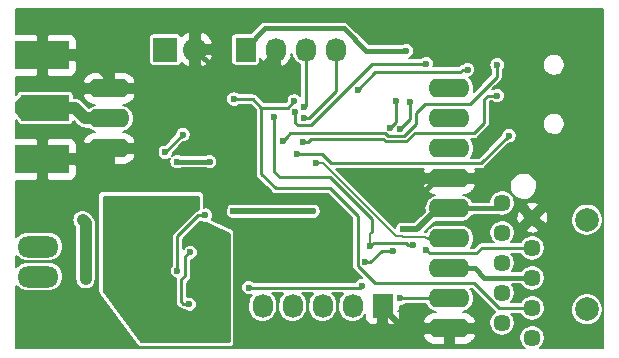
<source format=gbl>
G04 #@! TF.FileFunction,Copper,L2,Bot,Signal*
%FSLAX46Y46*%
G04 Gerber Fmt 4.6, Leading zero omitted, Abs format (unit mm)*
G04 Created by KiCad (PCBNEW (2016-03-18 BZR 6629)-product) date Fr 15 Apr 2016 01:16:20 CEST*
%MOMM*%
G01*
G04 APERTURE LIST*
%ADD10C,0.100000*%
%ADD11O,3.500120X1.800860*%
%ADD12O,3.500000X1.600000*%
%ADD13R,1.727200X2.032000*%
%ADD14O,1.727200X2.032000*%
%ADD15C,2.000000*%
%ADD16R,2.032000X2.032000*%
%ADD17O,2.032000X2.032000*%
%ADD18C,1.450000*%
%ADD19R,4.572000X2.413000*%
%ADD20R,4.071620X2.200000*%
%ADD21C,0.600000*%
%ADD22C,0.800000*%
%ADD23C,1.016000*%
%ADD24C,0.406400*%
%ADD25C,0.508000*%
%ADD26C,0.254000*%
%ADD27C,0.250000*%
%ADD28C,0.203200*%
%ADD29C,0.200000*%
G04 APERTURE END LIST*
D10*
D11*
X115250000Y-118020000D03*
X115250000Y-115480000D03*
D12*
X121260000Y-107170000D03*
X121260000Y-104630000D03*
X121260000Y-102090000D03*
X150060000Y-102090000D03*
X150060000Y-104630000D03*
X150060000Y-107170000D03*
X150060000Y-109710000D03*
X150060000Y-112250000D03*
X150060000Y-114790000D03*
X150060000Y-117330000D03*
X150060000Y-119870000D03*
X150060000Y-122410000D03*
D13*
X144400000Y-120500000D03*
D14*
X141860000Y-120500000D03*
X139320000Y-120500000D03*
X136780000Y-120500000D03*
X134240000Y-120500000D03*
D13*
X132800000Y-98800000D03*
D14*
X135340000Y-98800000D03*
X137880000Y-98800000D03*
X140420000Y-98800000D03*
D15*
X161700000Y-113200160D03*
X161700000Y-120799840D03*
D16*
X126000000Y-98800000D03*
D17*
X128540000Y-98800000D03*
D18*
X154530000Y-111785000D03*
X157070000Y-113055000D03*
X154530000Y-114325000D03*
X157070000Y-115595000D03*
X154530000Y-116865000D03*
X157070000Y-118135000D03*
X154530000Y-119405000D03*
X157070000Y-120675000D03*
X154530000Y-121945000D03*
X157070000Y-123215000D03*
D19*
X115600000Y-108100000D03*
D10*
G36*
X113808190Y-102730510D02*
X113808190Y-104729490D01*
X113307810Y-104130050D01*
X113307810Y-103329950D01*
X113808190Y-102730510D01*
X113808190Y-102730510D01*
G37*
D19*
X115600000Y-99300000D03*
D20*
X115844000Y-103730000D03*
D21*
X158800000Y-108000000D03*
X129300000Y-103000000D03*
X121260000Y-107170000D03*
X143800000Y-97700000D03*
X149200000Y-97200000D03*
X146200000Y-112600000D03*
X141212895Y-112939127D03*
X139250000Y-114000000D03*
X121200000Y-102100000D03*
X128000000Y-120325000D03*
X128100000Y-115925000D03*
X146102833Y-114020552D03*
X131761631Y-112503487D03*
X146400000Y-98906400D03*
X138500000Y-112500000D03*
X127500000Y-106000000D03*
X126000000Y-107500000D03*
D22*
X119250000Y-118250000D03*
X119000000Y-113250000D03*
D21*
X154100000Y-102700000D03*
X137700000Y-106600000D03*
X137135136Y-107615658D03*
X155100000Y-106100000D03*
X146750000Y-103250000D03*
X145900000Y-105500000D03*
X145061384Y-105405504D03*
X145500000Y-103200000D03*
X135966563Y-106505232D03*
X154100000Y-100100000D03*
X127006116Y-108298931D03*
X129750000Y-108300000D03*
X142908954Y-116803992D03*
X142655774Y-118797870D03*
X145267633Y-115819241D03*
X133068060Y-118955820D03*
X129400000Y-112825000D03*
X127000000Y-117525000D03*
X124400000Y-120625000D03*
X125100000Y-120625000D03*
X124900000Y-117525000D03*
X126100000Y-117925000D03*
X125500000Y-117525000D03*
X126200000Y-120750000D03*
X148115998Y-115769392D03*
X145883273Y-119869483D03*
X143344860Y-115474700D03*
X147000000Y-115369218D03*
X135225872Y-104517662D03*
X137000000Y-104100000D03*
X148100000Y-100000000D03*
X149200000Y-115100000D03*
X138784476Y-108419197D03*
X136923721Y-103173035D03*
X131800000Y-103000000D03*
X150100000Y-102100000D03*
X150060000Y-104630000D03*
X149900000Y-107100000D03*
X151600000Y-100500000D03*
X142300000Y-102200000D03*
X137763135Y-103693109D03*
X137715585Y-104569790D03*
D23*
X121260000Y-107170000D02*
X121260000Y-107540000D01*
X121260000Y-107540000D02*
X120700000Y-108100000D01*
X120700000Y-108100000D02*
X115600000Y-108100000D01*
X121260000Y-102090000D02*
X121260000Y-100960000D01*
X119600000Y-99300000D02*
X115600000Y-99300000D01*
X121260000Y-100960000D02*
X119600000Y-99300000D01*
D24*
X128540000Y-98800000D02*
X130087780Y-100347780D01*
X130087780Y-100347780D02*
X134317740Y-100347780D01*
X134317740Y-100347780D02*
X135340000Y-99325520D01*
X135340000Y-99325520D02*
X135340000Y-98952400D01*
X138700000Y-113450000D02*
X139250000Y-114000000D01*
X138700000Y-113400000D02*
X138700000Y-113450000D01*
X132100000Y-120800000D02*
X132100000Y-114100000D01*
X133900000Y-122600000D02*
X132100000Y-120800000D01*
X143722400Y-122600000D02*
X133900000Y-122600000D01*
X144400000Y-121922400D02*
X143722400Y-122600000D01*
X144400000Y-120500000D02*
X144400000Y-121922400D01*
X132100000Y-114100000D02*
X132800000Y-113400000D01*
X132800000Y-113400000D02*
X138700000Y-113400000D01*
D25*
X144400000Y-120652400D02*
X144400000Y-120500000D01*
D26*
X158800000Y-108000000D02*
X158200000Y-108000000D01*
X158200000Y-108000000D02*
X157100000Y-109100000D01*
D25*
X147200000Y-111595224D02*
X147194317Y-111595224D01*
X147194317Y-111595224D02*
X146200000Y-112589541D01*
X146200000Y-112589541D02*
X146200000Y-112600000D01*
X150060000Y-109710000D02*
X149085224Y-109710000D01*
X149085224Y-109710000D02*
X147200000Y-111595224D01*
D24*
X132792400Y-101500000D02*
X129100000Y-101500000D01*
X129100000Y-101500000D02*
X127800000Y-101500000D01*
D26*
X129300000Y-103000000D02*
X129300000Y-101700000D01*
X129300000Y-101700000D02*
X129100000Y-101500000D01*
D24*
X135340000Y-98952400D02*
X135340000Y-98800000D01*
X148700000Y-97700000D02*
X143800000Y-97700000D01*
X149200000Y-97200000D02*
X148700000Y-97700000D01*
X155100000Y-109100000D02*
X154490000Y-109710000D01*
X154490000Y-109710000D02*
X150060000Y-109710000D01*
X157100000Y-109100000D02*
X155100000Y-109100000D01*
X157794999Y-109794999D02*
X157100000Y-109100000D01*
X157070000Y-113055000D02*
X157794999Y-112330001D01*
X157794999Y-112330001D02*
X157794999Y-109794999D01*
X140152022Y-114000000D02*
X141212895Y-112939127D01*
X139250000Y-114000000D02*
X140152022Y-114000000D01*
X135340000Y-98952400D02*
X132792400Y-101500000D01*
D25*
X150060000Y-122410000D02*
X146157600Y-122410000D01*
X146157600Y-122410000D02*
X144400000Y-120652400D01*
D26*
X121200000Y-102100000D02*
X121210000Y-102090000D01*
X121210000Y-102090000D02*
X121260000Y-102090000D01*
D24*
X127200000Y-102100000D02*
X127800000Y-101500000D01*
X123426400Y-102100000D02*
X127200000Y-102100000D01*
X121260000Y-102090000D02*
X123416400Y-102090000D01*
X123416400Y-102090000D02*
X123426400Y-102100000D01*
D26*
X127700000Y-116325000D02*
X127700000Y-117925000D01*
X127700000Y-117925000D02*
X127300000Y-118325000D01*
X127300000Y-118325000D02*
X127300000Y-120125000D01*
X127300000Y-120125000D02*
X127500000Y-120325000D01*
X127500000Y-120325000D02*
X128000000Y-120325000D01*
X127700000Y-116325000D02*
X128100000Y-115925000D01*
D25*
X147339448Y-114020552D02*
X146527097Y-114020552D01*
X149110000Y-112250000D02*
X147339448Y-114020552D01*
X146527097Y-114020552D02*
X146102833Y-114020552D01*
X150060000Y-112250000D02*
X149110000Y-112250000D01*
X138500000Y-112500000D02*
X131765118Y-112500000D01*
X131765118Y-112500000D02*
X131761631Y-112503487D01*
D24*
X141100000Y-97000000D02*
X143006400Y-98906400D01*
X143006400Y-98906400D02*
X146400000Y-98906400D01*
X134447600Y-97000000D02*
X141100000Y-97000000D01*
X132800000Y-98800000D02*
X132800000Y-98647600D01*
X132800000Y-98647600D02*
X134447600Y-97000000D01*
X132800000Y-98800000D02*
X133391535Y-98800000D01*
X150060000Y-112250000D02*
X154065000Y-112250000D01*
X154065000Y-112250000D02*
X154530000Y-111785000D01*
D27*
X126000000Y-107500000D02*
X127500000Y-106000000D01*
D23*
X119250000Y-113500000D02*
X119250000Y-118250000D01*
X119000000Y-113250000D02*
X119250000Y-113500000D01*
D26*
X137700000Y-106600000D02*
X138124264Y-106600000D01*
X138124264Y-106600000D02*
X138367054Y-106357210D01*
X146391880Y-106587410D02*
X146939500Y-106039790D01*
X138367054Y-106357210D02*
X144433800Y-106357210D01*
X144433800Y-106357210D02*
X144664001Y-106587411D01*
X146960210Y-106039790D02*
X147100000Y-105900000D01*
X144664001Y-106587411D02*
X146391880Y-106587410D01*
X147100000Y-105900000D02*
X152141865Y-105900000D01*
X146939500Y-106039790D02*
X146960210Y-106039790D01*
X152141865Y-105900000D02*
X153000000Y-105041865D01*
X153000000Y-105041865D02*
X153000000Y-103000000D01*
X153300000Y-102700000D02*
X154100000Y-102700000D01*
X153000000Y-103000000D02*
X153300000Y-102700000D01*
X155100000Y-106100000D02*
X152773222Y-108426778D01*
X152773222Y-108426778D02*
X140026778Y-108426778D01*
X140026778Y-108426778D02*
X139282285Y-107682285D01*
X139282285Y-107682285D02*
X137201763Y-107682285D01*
X137201763Y-107682285D02*
X137135136Y-107615658D01*
X145900000Y-105500000D02*
X146750000Y-104650000D01*
X146750000Y-104650000D02*
X146750000Y-103250000D01*
X145500000Y-104966888D02*
X145061384Y-105405504D01*
X145500000Y-103200000D02*
X145500000Y-104966888D01*
X136571795Y-105900000D02*
X136266562Y-106205233D01*
X147207209Y-104192791D02*
X147207209Y-105125489D01*
X144623182Y-105900000D02*
X136571795Y-105900000D01*
X144853383Y-106130201D02*
X144623182Y-105900000D01*
X147207209Y-105125489D02*
X146202497Y-106130201D01*
X146202497Y-106130201D02*
X144853383Y-106130201D01*
X148000000Y-103400000D02*
X147207209Y-104192791D01*
X136266562Y-106205233D02*
X135966563Y-106505232D01*
X154100000Y-100100000D02*
X154100000Y-101100708D01*
X154100000Y-101100708D02*
X151800708Y-103400000D01*
X151800708Y-103400000D02*
X148000000Y-103400000D01*
D24*
X127007185Y-108300000D02*
X127006116Y-108298931D01*
X129750000Y-108300000D02*
X127007185Y-108300000D01*
D26*
X145267633Y-115819241D02*
X145263823Y-115823051D01*
X145263823Y-115823051D02*
X144314159Y-115823051D01*
X144314159Y-115823051D02*
X143333218Y-116803992D01*
X143333218Y-116803992D02*
X142908954Y-116803992D01*
X142497824Y-118955820D02*
X142655774Y-118797870D01*
X133068060Y-118955820D02*
X142497824Y-118955820D01*
X128800000Y-112825000D02*
X129400000Y-112825000D01*
X127000000Y-114625000D02*
X128800000Y-112825000D01*
X127000000Y-117525000D02*
X127000000Y-114625000D01*
X113558000Y-103730000D02*
X115844000Y-103730000D01*
D23*
X121260000Y-104630000D02*
X119230000Y-104630000D01*
X118330000Y-103730000D02*
X115844000Y-103730000D01*
X119230000Y-104630000D02*
X118330000Y-103730000D01*
D26*
X121165160Y-104535160D02*
X121260000Y-104630000D01*
D25*
X121150000Y-104520000D02*
X121260000Y-104630000D01*
D28*
X125100000Y-120625000D02*
X124400000Y-120625000D01*
D26*
X148415997Y-116069391D02*
X148115998Y-115769392D01*
X152805000Y-115595000D02*
X152330609Y-116069391D01*
X157070000Y-115595000D02*
X152805000Y-115595000D01*
X152330609Y-116069391D02*
X148415997Y-116069391D01*
X145883790Y-119870000D02*
X145883273Y-119869483D01*
X150060000Y-119870000D02*
X145883790Y-119870000D01*
D28*
X143344860Y-114424783D02*
X143344860Y-115050436D01*
D26*
X143644859Y-115174701D02*
X143344860Y-115474700D01*
D28*
X143344860Y-115050436D02*
X143344860Y-115474700D01*
D26*
X146381219Y-115174701D02*
X143644859Y-115174701D01*
D28*
X143500000Y-114269643D02*
X143344860Y-114424783D01*
D26*
X146575736Y-115369218D02*
X146381219Y-115174701D01*
X147000000Y-115369218D02*
X146575736Y-115369218D01*
X143500000Y-114269643D02*
X143500000Y-113172938D01*
X143500000Y-113172938D02*
X139912878Y-109585816D01*
X139912878Y-109585816D02*
X135673448Y-109585816D01*
X135673448Y-109585816D02*
X135225872Y-109138240D01*
X135225872Y-109138240D02*
X135225872Y-104517662D01*
X137200000Y-105200000D02*
X137000000Y-105000000D01*
X137000000Y-105000000D02*
X137000000Y-104100000D01*
X138300000Y-105200000D02*
X137200000Y-105200000D01*
X143500000Y-100000000D02*
X138300000Y-105200000D01*
X148100000Y-100000000D02*
X143500000Y-100000000D01*
X149200000Y-115100000D02*
X149510000Y-114790000D01*
X149510000Y-114790000D02*
X150060000Y-114790000D01*
X148150000Y-114790000D02*
X150060000Y-114790000D01*
D28*
X147982253Y-114665453D02*
X146101788Y-114665453D01*
X145561591Y-114623857D02*
X139356931Y-108419197D01*
X146101788Y-114665453D02*
X146060192Y-114623857D01*
X148150000Y-114790000D02*
X148106800Y-114790000D01*
X139208740Y-108419197D02*
X138784476Y-108419197D01*
X146060192Y-114623857D02*
X145561591Y-114623857D01*
X148106800Y-114790000D02*
X147982253Y-114665453D01*
X139356931Y-108419197D02*
X139208740Y-108419197D01*
D26*
X150060000Y-114790000D02*
X150060000Y-114971014D01*
X134138462Y-109344014D02*
X134138461Y-103714947D01*
X139969852Y-110557210D02*
X135351658Y-110557210D01*
X142278753Y-112866111D02*
X139969852Y-110557210D01*
X142278753Y-117106487D02*
X142278753Y-112866111D01*
X143738498Y-118566232D02*
X142278753Y-117106487D01*
X154238302Y-120675000D02*
X152129534Y-118566232D01*
X157070000Y-120675000D02*
X154238302Y-120675000D01*
X135351658Y-110557210D02*
X134138462Y-109344014D01*
X152129534Y-118566232D02*
X143738498Y-118566232D01*
X136381809Y-103714947D02*
X136923721Y-103173035D01*
X134138461Y-103714947D02*
X136381809Y-103714947D01*
X131800000Y-103000000D02*
X133423514Y-103000000D01*
X133423514Y-103000000D02*
X134138461Y-103714947D01*
D28*
X150100000Y-102100000D02*
X150090000Y-102090000D01*
X150090000Y-102090000D02*
X150060000Y-102090000D01*
X150970000Y-104630000D02*
X150060000Y-104630000D01*
X151000000Y-104600000D02*
X150970000Y-104630000D01*
X149900000Y-107100000D02*
X149970000Y-107170000D01*
X149970000Y-107170000D02*
X150060000Y-107170000D01*
D26*
X150957684Y-100718052D02*
X151175736Y-100500000D01*
X143781948Y-100718052D02*
X150957684Y-100718052D01*
X142300000Y-102200000D02*
X143781948Y-100718052D01*
X151175736Y-100500000D02*
X151600000Y-100500000D01*
X137880000Y-98800000D02*
X137880000Y-103576244D01*
X137880000Y-103576244D02*
X137763135Y-103693109D01*
X138139849Y-104569790D02*
X137715585Y-104569790D01*
X140420000Y-98800000D02*
X140420000Y-102289639D01*
X140420000Y-102289639D02*
X138139849Y-104569790D01*
D24*
X150060000Y-117330000D02*
X152216400Y-117330000D01*
X152216400Y-117330000D02*
X153021400Y-118135000D01*
X153021400Y-118135000D02*
X157070000Y-118135000D01*
D26*
G36*
X128773000Y-112319647D02*
X128753300Y-112321579D01*
X128706552Y-112325669D01*
X128703986Y-112326414D01*
X128701329Y-112326675D01*
X128656411Y-112340237D01*
X128611344Y-112353330D01*
X128608973Y-112354559D01*
X128606416Y-112355331D01*
X128564966Y-112377370D01*
X128523323Y-112398956D01*
X128521237Y-112400621D01*
X128518877Y-112401876D01*
X128482488Y-112431554D01*
X128445840Y-112460810D01*
X128442120Y-112464477D01*
X128442046Y-112464538D01*
X128441989Y-112464607D01*
X128440789Y-112465790D01*
X126640790Y-114265790D01*
X126611024Y-114302028D01*
X126580842Y-114337997D01*
X126579554Y-114340339D01*
X126577860Y-114342402D01*
X126555690Y-114383749D01*
X126533079Y-114424878D01*
X126532272Y-114427423D01*
X126531009Y-114429778D01*
X126517284Y-114474670D01*
X126503101Y-114519381D01*
X126502803Y-114522034D01*
X126502022Y-114524590D01*
X126497276Y-114571313D01*
X126492050Y-114617907D01*
X126492013Y-114623127D01*
X126492003Y-114623227D01*
X126492012Y-114623321D01*
X126492000Y-114625000D01*
X126492000Y-117069280D01*
X126475800Y-117085144D01*
X126400348Y-117195338D01*
X126347736Y-117318090D01*
X126319970Y-117448722D01*
X126318105Y-117582260D01*
X126342213Y-117713617D01*
X126391377Y-117837790D01*
X126463722Y-117950048D01*
X126556495Y-118046117D01*
X126666160Y-118122336D01*
X126788541Y-118175803D01*
X126815074Y-118181637D01*
X126803101Y-118219381D01*
X126802803Y-118222034D01*
X126802022Y-118224590D01*
X126797276Y-118271313D01*
X126792050Y-118317907D01*
X126792013Y-118323127D01*
X126792003Y-118323227D01*
X126792012Y-118323321D01*
X126792000Y-118325000D01*
X126792000Y-120125000D01*
X126796579Y-120171704D01*
X126800669Y-120218448D01*
X126801414Y-120221014D01*
X126801675Y-120223671D01*
X126815227Y-120268556D01*
X126828329Y-120313655D01*
X126829560Y-120316029D01*
X126830331Y-120318584D01*
X126852340Y-120359977D01*
X126873955Y-120401677D01*
X126875623Y-120403766D01*
X126876876Y-120406123D01*
X126906552Y-120442509D01*
X126935810Y-120479159D01*
X126939473Y-120482874D01*
X126939538Y-120482954D01*
X126939612Y-120483015D01*
X126940790Y-120484210D01*
X127140790Y-120684210D01*
X127177028Y-120713976D01*
X127212997Y-120744158D01*
X127215339Y-120745446D01*
X127217402Y-120747140D01*
X127258731Y-120769300D01*
X127299878Y-120791921D01*
X127302426Y-120792729D01*
X127304779Y-120793991D01*
X127349656Y-120807711D01*
X127394381Y-120821899D01*
X127397034Y-120822197D01*
X127399590Y-120822978D01*
X127446313Y-120827724D01*
X127492907Y-120832950D01*
X127498127Y-120832987D01*
X127498227Y-120832997D01*
X127498321Y-120832988D01*
X127500000Y-120833000D01*
X127543828Y-120833000D01*
X127556495Y-120846117D01*
X127666160Y-120922336D01*
X127788541Y-120975803D01*
X127918977Y-121004481D01*
X128052498Y-121007278D01*
X128184020Y-120984087D01*
X128308533Y-120935792D01*
X128421294Y-120864232D01*
X128518008Y-120772132D01*
X128594991Y-120663002D01*
X128649311Y-120540997D01*
X128678899Y-120410765D01*
X128681029Y-120258225D01*
X128655089Y-120127217D01*
X128604197Y-120003743D01*
X128530291Y-119892506D01*
X128436186Y-119797742D01*
X128325467Y-119723061D01*
X128202352Y-119671308D01*
X128071528Y-119644454D01*
X127937981Y-119643521D01*
X127808000Y-119668316D01*
X127808000Y-118535420D01*
X128059210Y-118284211D01*
X128088997Y-118247948D01*
X128119158Y-118212003D01*
X128120446Y-118209661D01*
X128122140Y-118207598D01*
X128144291Y-118166286D01*
X128166921Y-118125122D01*
X128167730Y-118122572D01*
X128168990Y-118120222D01*
X128182701Y-118075376D01*
X128196899Y-118030619D01*
X128197197Y-118027966D01*
X128197978Y-118025410D01*
X128202724Y-117978682D01*
X128207950Y-117932093D01*
X128207987Y-117926875D01*
X128207997Y-117926774D01*
X128207988Y-117926680D01*
X128208000Y-117925000D01*
X128208000Y-116597491D01*
X128284020Y-116584087D01*
X128408533Y-116535792D01*
X128521294Y-116464232D01*
X128618008Y-116372132D01*
X128694991Y-116263002D01*
X128749311Y-116140997D01*
X128778899Y-116010765D01*
X128781029Y-115858225D01*
X128755089Y-115727217D01*
X128704197Y-115603743D01*
X128630291Y-115492506D01*
X128536186Y-115397742D01*
X128425467Y-115323061D01*
X128302352Y-115271308D01*
X128171528Y-115244454D01*
X128037981Y-115243521D01*
X127906795Y-115268546D01*
X127782969Y-115318575D01*
X127671218Y-115391703D01*
X127575800Y-115485144D01*
X127508000Y-115584163D01*
X127508000Y-114835420D01*
X128980571Y-113362850D01*
X129066160Y-113422336D01*
X129188541Y-113475803D01*
X129318977Y-113504481D01*
X129423911Y-113506679D01*
X131373000Y-114406259D01*
X131373000Y-123498000D01*
X123963797Y-123498000D01*
X120827000Y-119282930D01*
X120827000Y-111252000D01*
X128773000Y-111252000D01*
X128773000Y-112319647D01*
X128773000Y-112319647D01*
G37*
X128773000Y-112319647D02*
X128753300Y-112321579D01*
X128706552Y-112325669D01*
X128703986Y-112326414D01*
X128701329Y-112326675D01*
X128656411Y-112340237D01*
X128611344Y-112353330D01*
X128608973Y-112354559D01*
X128606416Y-112355331D01*
X128564966Y-112377370D01*
X128523323Y-112398956D01*
X128521237Y-112400621D01*
X128518877Y-112401876D01*
X128482488Y-112431554D01*
X128445840Y-112460810D01*
X128442120Y-112464477D01*
X128442046Y-112464538D01*
X128441989Y-112464607D01*
X128440789Y-112465790D01*
X126640790Y-114265790D01*
X126611024Y-114302028D01*
X126580842Y-114337997D01*
X126579554Y-114340339D01*
X126577860Y-114342402D01*
X126555690Y-114383749D01*
X126533079Y-114424878D01*
X126532272Y-114427423D01*
X126531009Y-114429778D01*
X126517284Y-114474670D01*
X126503101Y-114519381D01*
X126502803Y-114522034D01*
X126502022Y-114524590D01*
X126497276Y-114571313D01*
X126492050Y-114617907D01*
X126492013Y-114623127D01*
X126492003Y-114623227D01*
X126492012Y-114623321D01*
X126492000Y-114625000D01*
X126492000Y-117069280D01*
X126475800Y-117085144D01*
X126400348Y-117195338D01*
X126347736Y-117318090D01*
X126319970Y-117448722D01*
X126318105Y-117582260D01*
X126342213Y-117713617D01*
X126391377Y-117837790D01*
X126463722Y-117950048D01*
X126556495Y-118046117D01*
X126666160Y-118122336D01*
X126788541Y-118175803D01*
X126815074Y-118181637D01*
X126803101Y-118219381D01*
X126802803Y-118222034D01*
X126802022Y-118224590D01*
X126797276Y-118271313D01*
X126792050Y-118317907D01*
X126792013Y-118323127D01*
X126792003Y-118323227D01*
X126792012Y-118323321D01*
X126792000Y-118325000D01*
X126792000Y-120125000D01*
X126796579Y-120171704D01*
X126800669Y-120218448D01*
X126801414Y-120221014D01*
X126801675Y-120223671D01*
X126815227Y-120268556D01*
X126828329Y-120313655D01*
X126829560Y-120316029D01*
X126830331Y-120318584D01*
X126852340Y-120359977D01*
X126873955Y-120401677D01*
X126875623Y-120403766D01*
X126876876Y-120406123D01*
X126906552Y-120442509D01*
X126935810Y-120479159D01*
X126939473Y-120482874D01*
X126939538Y-120482954D01*
X126939612Y-120483015D01*
X126940790Y-120484210D01*
X127140790Y-120684210D01*
X127177028Y-120713976D01*
X127212997Y-120744158D01*
X127215339Y-120745446D01*
X127217402Y-120747140D01*
X127258731Y-120769300D01*
X127299878Y-120791921D01*
X127302426Y-120792729D01*
X127304779Y-120793991D01*
X127349656Y-120807711D01*
X127394381Y-120821899D01*
X127397034Y-120822197D01*
X127399590Y-120822978D01*
X127446313Y-120827724D01*
X127492907Y-120832950D01*
X127498127Y-120832987D01*
X127498227Y-120832997D01*
X127498321Y-120832988D01*
X127500000Y-120833000D01*
X127543828Y-120833000D01*
X127556495Y-120846117D01*
X127666160Y-120922336D01*
X127788541Y-120975803D01*
X127918977Y-121004481D01*
X128052498Y-121007278D01*
X128184020Y-120984087D01*
X128308533Y-120935792D01*
X128421294Y-120864232D01*
X128518008Y-120772132D01*
X128594991Y-120663002D01*
X128649311Y-120540997D01*
X128678899Y-120410765D01*
X128681029Y-120258225D01*
X128655089Y-120127217D01*
X128604197Y-120003743D01*
X128530291Y-119892506D01*
X128436186Y-119797742D01*
X128325467Y-119723061D01*
X128202352Y-119671308D01*
X128071528Y-119644454D01*
X127937981Y-119643521D01*
X127808000Y-119668316D01*
X127808000Y-118535420D01*
X128059210Y-118284211D01*
X128088997Y-118247948D01*
X128119158Y-118212003D01*
X128120446Y-118209661D01*
X128122140Y-118207598D01*
X128144291Y-118166286D01*
X128166921Y-118125122D01*
X128167730Y-118122572D01*
X128168990Y-118120222D01*
X128182701Y-118075376D01*
X128196899Y-118030619D01*
X128197197Y-118027966D01*
X128197978Y-118025410D01*
X128202724Y-117978682D01*
X128207950Y-117932093D01*
X128207987Y-117926875D01*
X128207997Y-117926774D01*
X128207988Y-117926680D01*
X128208000Y-117925000D01*
X128208000Y-116597491D01*
X128284020Y-116584087D01*
X128408533Y-116535792D01*
X128521294Y-116464232D01*
X128618008Y-116372132D01*
X128694991Y-116263002D01*
X128749311Y-116140997D01*
X128778899Y-116010765D01*
X128781029Y-115858225D01*
X128755089Y-115727217D01*
X128704197Y-115603743D01*
X128630291Y-115492506D01*
X128536186Y-115397742D01*
X128425467Y-115323061D01*
X128302352Y-115271308D01*
X128171528Y-115244454D01*
X128037981Y-115243521D01*
X127906795Y-115268546D01*
X127782969Y-115318575D01*
X127671218Y-115391703D01*
X127575800Y-115485144D01*
X127508000Y-115584163D01*
X127508000Y-114835420D01*
X128980571Y-113362850D01*
X129066160Y-113422336D01*
X129188541Y-113475803D01*
X129318977Y-113504481D01*
X129423911Y-113506679D01*
X131373000Y-114406259D01*
X131373000Y-123498000D01*
X123963797Y-123498000D01*
X120827000Y-119282930D01*
X120827000Y-111252000D01*
X128773000Y-111252000D01*
X128773000Y-112319647D01*
D29*
G36*
X163096000Y-124096000D02*
X157695563Y-124096000D01*
X157737513Y-124069378D01*
X157890750Y-123923452D01*
X158012725Y-123750542D01*
X158098791Y-123557233D01*
X158145672Y-123350889D01*
X158149046Y-123109199D01*
X158107946Y-122901626D01*
X158027310Y-122705989D01*
X157910211Y-122529741D01*
X157761108Y-122379593D01*
X157585682Y-122261267D01*
X157390613Y-122179267D01*
X157183332Y-122136718D01*
X156971734Y-122135241D01*
X156763879Y-122174892D01*
X156567685Y-122254159D01*
X156390623Y-122370025D01*
X156239439Y-122518076D01*
X156119890Y-122692673D01*
X156036531Y-122887164D01*
X155992536Y-123094143D01*
X155989582Y-123305725D01*
X156027780Y-123513852D01*
X156105676Y-123710595D01*
X156220303Y-123888461D01*
X156367295Y-124040676D01*
X156446896Y-124096000D01*
X113404000Y-124096000D01*
X113404000Y-118785825D01*
X113493933Y-118897679D01*
X113681477Y-119055047D01*
X113896016Y-119172991D01*
X114129378Y-119247018D01*
X114372674Y-119274308D01*
X114390189Y-119274430D01*
X116109811Y-119274430D01*
X116353464Y-119250540D01*
X116587837Y-119179778D01*
X116804002Y-119064841D01*
X116993725Y-118910107D01*
X117149781Y-118721468D01*
X117266224Y-118506111D01*
X117338620Y-118272238D01*
X117364210Y-118028758D01*
X117342022Y-117784943D01*
X117272898Y-117550082D01*
X117159473Y-117333120D01*
X117006067Y-117142321D01*
X116818523Y-116984953D01*
X116603984Y-116867009D01*
X116370622Y-116792982D01*
X116127326Y-116765692D01*
X116109811Y-116765570D01*
X114390189Y-116765570D01*
X114146536Y-116789460D01*
X113912163Y-116860222D01*
X113695998Y-116975159D01*
X113506275Y-117129893D01*
X113404000Y-117253522D01*
X113404000Y-116245825D01*
X113493933Y-116357679D01*
X113681477Y-116515047D01*
X113896016Y-116632991D01*
X114129378Y-116707018D01*
X114372674Y-116734308D01*
X114390189Y-116734430D01*
X116109811Y-116734430D01*
X116353464Y-116710540D01*
X116587837Y-116639778D01*
X116804002Y-116524841D01*
X116993725Y-116370107D01*
X117149781Y-116181468D01*
X117266224Y-115966111D01*
X117338620Y-115732238D01*
X117364210Y-115488758D01*
X117342022Y-115244943D01*
X117272898Y-115010082D01*
X117159473Y-114793120D01*
X117006067Y-114602321D01*
X116818523Y-114444953D01*
X116603984Y-114327009D01*
X116370622Y-114252982D01*
X116127326Y-114225692D01*
X116109811Y-114225570D01*
X114390189Y-114225570D01*
X114146536Y-114249460D01*
X113912163Y-114320222D01*
X113695998Y-114435159D01*
X113506275Y-114589893D01*
X113404000Y-114713522D01*
X113404000Y-113240974D01*
X118138047Y-113240974D01*
X118152709Y-113408566D01*
X118199645Y-113570119D01*
X118277066Y-113719479D01*
X118382023Y-113850957D01*
X118388000Y-113857017D01*
X118388000Y-118250000D01*
X118404417Y-118417430D01*
X118453041Y-118578483D01*
X118532022Y-118727024D01*
X118638350Y-118857395D01*
X118767976Y-118964630D01*
X118915962Y-119044646D01*
X119076671Y-119094394D01*
X119243982Y-119111979D01*
X119411523Y-119096732D01*
X119572911Y-119049232D01*
X119721999Y-118971291D01*
X119853110Y-118865875D01*
X119961248Y-118737002D01*
X120042295Y-118589578D01*
X120093163Y-118429220D01*
X120111916Y-118262035D01*
X120112000Y-118250000D01*
X120112000Y-113500000D01*
X120104227Y-113420727D01*
X120097290Y-113341434D01*
X120096025Y-113337081D01*
X120095583Y-113332570D01*
X120072572Y-113256353D01*
X120050355Y-113179880D01*
X120048269Y-113175855D01*
X120046959Y-113171517D01*
X120009578Y-113101215D01*
X119972934Y-113030521D01*
X119970106Y-113026979D01*
X119967978Y-113022976D01*
X119917632Y-112961246D01*
X119867976Y-112899043D01*
X119861758Y-112892737D01*
X119861650Y-112892605D01*
X119861527Y-112892504D01*
X119859526Y-112890474D01*
X119609526Y-112640474D01*
X119479527Y-112533692D01*
X119331263Y-112454192D01*
X119170380Y-112405006D01*
X119003009Y-112388005D01*
X118835523Y-112403838D01*
X118674301Y-112451900D01*
X118525485Y-112530361D01*
X118394744Y-112636233D01*
X118287056Y-112765484D01*
X118206525Y-112913190D01*
X118156217Y-113073724D01*
X118138047Y-113240974D01*
X113404000Y-113240974D01*
X113404000Y-111125000D01*
X120346000Y-111125000D01*
X120346000Y-119325000D01*
X120356750Y-119411576D01*
X120416009Y-119536342D01*
X123616009Y-123836342D01*
X123764530Y-123952053D01*
X123900000Y-123979000D01*
X131500000Y-123979000D01*
X131635470Y-123952053D01*
X131750316Y-123875316D01*
X131827053Y-123760470D01*
X131854000Y-123625000D01*
X131854000Y-123016260D01*
X147839207Y-123016260D01*
X147988517Y-123354037D01*
X148194238Y-123554688D01*
X148435152Y-123711349D01*
X148702000Y-123818000D01*
X149652000Y-123818000D01*
X149652000Y-122810000D01*
X150468000Y-122810000D01*
X150468000Y-123818000D01*
X151418000Y-123818000D01*
X151684848Y-123711349D01*
X151925762Y-123554688D01*
X152131483Y-123354037D01*
X152280793Y-123016260D01*
X152200603Y-122810000D01*
X150468000Y-122810000D01*
X149652000Y-122810000D01*
X147919397Y-122810000D01*
X147839207Y-123016260D01*
X131854000Y-123016260D01*
X131854000Y-114325000D01*
X131832173Y-114202620D01*
X131760056Y-114084819D01*
X131648347Y-114003582D01*
X129928825Y-113209956D01*
X129971401Y-113149601D01*
X130023567Y-113032433D01*
X130051982Y-112907364D01*
X130054028Y-112760872D01*
X130029116Y-112635059D01*
X129997552Y-112558477D01*
X131106772Y-112558477D01*
X131129924Y-112684626D01*
X131177139Y-112803875D01*
X131246616Y-112911683D01*
X131335710Y-113003943D01*
X131441027Y-113077140D01*
X131558556Y-113128487D01*
X131683820Y-113156028D01*
X131812048Y-113158714D01*
X131938355Y-113136443D01*
X132011685Y-113108000D01*
X138258013Y-113108000D01*
X138296925Y-113125000D01*
X138422189Y-113152541D01*
X138550417Y-113155227D01*
X138676724Y-113132956D01*
X138796300Y-113086575D01*
X138904591Y-113017852D01*
X138997470Y-112929404D01*
X139071401Y-112824601D01*
X139123567Y-112707433D01*
X139151982Y-112582364D01*
X139154028Y-112435872D01*
X139129116Y-112310059D01*
X139080241Y-112191480D01*
X139009266Y-112084653D01*
X138918892Y-111993646D01*
X138812563Y-111921927D01*
X138694329Y-111872225D01*
X138568692Y-111846436D01*
X138440440Y-111845541D01*
X138314455Y-111869573D01*
X138258947Y-111892000D01*
X131994707Y-111892000D01*
X131955960Y-111875712D01*
X131830323Y-111849923D01*
X131702071Y-111849028D01*
X131576086Y-111873060D01*
X131457170Y-111921106D01*
X131349850Y-111991334D01*
X131258214Y-112081070D01*
X131185754Y-112186896D01*
X131135228Y-112304780D01*
X131108562Y-112430234D01*
X131106772Y-112558477D01*
X129997552Y-112558477D01*
X129980241Y-112516480D01*
X129909266Y-112409653D01*
X129818892Y-112318646D01*
X129712563Y-112246927D01*
X129594329Y-112197225D01*
X129468692Y-112171436D01*
X129340440Y-112170541D01*
X129254000Y-112187030D01*
X129254000Y-111125000D01*
X129227053Y-110989530D01*
X129150316Y-110874684D01*
X129035470Y-110797947D01*
X128900000Y-110771000D01*
X120700000Y-110771000D01*
X120564530Y-110797947D01*
X120449684Y-110874684D01*
X120372947Y-110989530D01*
X120346000Y-111125000D01*
X113404000Y-111125000D01*
X113404000Y-109914500D01*
X115040000Y-109914500D01*
X115192000Y-109762500D01*
X115192000Y-108508000D01*
X116008000Y-108508000D01*
X116008000Y-109762500D01*
X116160000Y-109914500D01*
X117945883Y-109914500D01*
X118063347Y-109891135D01*
X118173996Y-109845303D01*
X118273578Y-109778764D01*
X118358265Y-109694077D01*
X118424803Y-109594496D01*
X118470635Y-109483847D01*
X118494000Y-109366383D01*
X118494000Y-108660000D01*
X118342000Y-108508000D01*
X116008000Y-108508000D01*
X115192000Y-108508000D01*
X115172000Y-108508000D01*
X115172000Y-107776260D01*
X119039207Y-107776260D01*
X119188517Y-108114037D01*
X119394238Y-108314688D01*
X119635152Y-108471349D01*
X119902000Y-108578000D01*
X120852000Y-108578000D01*
X120852000Y-107570000D01*
X121668000Y-107570000D01*
X121668000Y-108578000D01*
X122618000Y-108578000D01*
X122884848Y-108471349D01*
X123125762Y-108314688D01*
X123331483Y-108114037D01*
X123480793Y-107776260D01*
X123400603Y-107570000D01*
X121668000Y-107570000D01*
X120852000Y-107570000D01*
X119119397Y-107570000D01*
X119039207Y-107776260D01*
X115172000Y-107776260D01*
X115172000Y-107692000D01*
X115192000Y-107692000D01*
X115192000Y-106437500D01*
X116008000Y-106437500D01*
X116008000Y-107692000D01*
X118342000Y-107692000D01*
X118479010Y-107554990D01*
X125345141Y-107554990D01*
X125368293Y-107681139D01*
X125415508Y-107800388D01*
X125484985Y-107908196D01*
X125574079Y-108000456D01*
X125679396Y-108073653D01*
X125796925Y-108125000D01*
X125922189Y-108152541D01*
X126050417Y-108155227D01*
X126176724Y-108132956D01*
X126296300Y-108086575D01*
X126404591Y-108017852D01*
X126422209Y-108001074D01*
X126379713Y-108100224D01*
X126353047Y-108225678D01*
X126351257Y-108353921D01*
X126374409Y-108480070D01*
X126421624Y-108599319D01*
X126491101Y-108707127D01*
X126580195Y-108799387D01*
X126685512Y-108872584D01*
X126803041Y-108923931D01*
X126928305Y-108951472D01*
X127056533Y-108954158D01*
X127182840Y-108931887D01*
X127302416Y-108885506D01*
X127347019Y-108857200D01*
X129405723Y-108857200D01*
X129429396Y-108873653D01*
X129546925Y-108925000D01*
X129672189Y-108952541D01*
X129800417Y-108955227D01*
X129926724Y-108932956D01*
X130046300Y-108886575D01*
X130154591Y-108817852D01*
X130247470Y-108729404D01*
X130321401Y-108624601D01*
X130373567Y-108507433D01*
X130401982Y-108382364D01*
X130404028Y-108235872D01*
X130379116Y-108110059D01*
X130330241Y-107991480D01*
X130259266Y-107884653D01*
X130168892Y-107793646D01*
X130062563Y-107721927D01*
X129944329Y-107672225D01*
X129818692Y-107646436D01*
X129690440Y-107645541D01*
X129564455Y-107669573D01*
X129445539Y-107717619D01*
X129407058Y-107742800D01*
X127351210Y-107742800D01*
X127318679Y-107720858D01*
X127200445Y-107671156D01*
X127074808Y-107645367D01*
X126946556Y-107644472D01*
X126820571Y-107668504D01*
X126701655Y-107716550D01*
X126594335Y-107786778D01*
X126583530Y-107797359D01*
X126623567Y-107707433D01*
X126651982Y-107582364D01*
X126652788Y-107524620D01*
X127522760Y-106654648D01*
X127550417Y-106655227D01*
X127676724Y-106632956D01*
X127796300Y-106586575D01*
X127904591Y-106517852D01*
X127997470Y-106429404D01*
X128071401Y-106324601D01*
X128123567Y-106207433D01*
X128151982Y-106082364D01*
X128154028Y-105935872D01*
X128129116Y-105810059D01*
X128080241Y-105691480D01*
X128009266Y-105584653D01*
X127918892Y-105493646D01*
X127812563Y-105421927D01*
X127694329Y-105372225D01*
X127568692Y-105346436D01*
X127440440Y-105345541D01*
X127314455Y-105369573D01*
X127195539Y-105417619D01*
X127088219Y-105487847D01*
X126996583Y-105577583D01*
X126924123Y-105683409D01*
X126873597Y-105801293D01*
X126846931Y-105926747D01*
X126846239Y-105976353D01*
X125976797Y-106845795D01*
X125940440Y-106845541D01*
X125814455Y-106869573D01*
X125695539Y-106917619D01*
X125588219Y-106987847D01*
X125496583Y-107077583D01*
X125424123Y-107183409D01*
X125373597Y-107301293D01*
X125346931Y-107426747D01*
X125345141Y-107554990D01*
X118479010Y-107554990D01*
X118494000Y-107540000D01*
X118494000Y-106833617D01*
X118470635Y-106716153D01*
X118424803Y-106605504D01*
X118358265Y-106505923D01*
X118273578Y-106421236D01*
X118173996Y-106354697D01*
X118063347Y-106308865D01*
X117945883Y-106285500D01*
X116160000Y-106285500D01*
X116008000Y-106437500D01*
X115192000Y-106437500D01*
X115040000Y-106285500D01*
X113404000Y-106285500D01*
X113404000Y-104800368D01*
X113455654Y-104862249D01*
X113459313Y-104899396D01*
X113479555Y-104966125D01*
X113512426Y-105027623D01*
X113556664Y-105081526D01*
X113610567Y-105125764D01*
X113672065Y-105158635D01*
X113738794Y-105178877D01*
X113808190Y-105185712D01*
X117879810Y-105185712D01*
X117949206Y-105178877D01*
X118015935Y-105158635D01*
X118077433Y-105125764D01*
X118131336Y-105081526D01*
X118175574Y-105027623D01*
X118208445Y-104966125D01*
X118228687Y-104899396D01*
X118233319Y-104852371D01*
X118620474Y-105239526D01*
X118681976Y-105290044D01*
X118742998Y-105341248D01*
X118746974Y-105343434D01*
X118750473Y-105346308D01*
X118820633Y-105383928D01*
X118890422Y-105422295D01*
X118894740Y-105423665D01*
X118898737Y-105425808D01*
X118974921Y-105449100D01*
X119050780Y-105473163D01*
X119055283Y-105473668D01*
X119059620Y-105474994D01*
X119138868Y-105483044D01*
X119217965Y-105491916D01*
X119226822Y-105491978D01*
X119226991Y-105491995D01*
X119227149Y-105491980D01*
X119230000Y-105492000D01*
X119540375Y-105492000D01*
X119647848Y-105582181D01*
X119845211Y-105690682D01*
X120059890Y-105758782D01*
X120088578Y-105762000D01*
X119902000Y-105762000D01*
X119635152Y-105868651D01*
X119394238Y-106025312D01*
X119188517Y-106225963D01*
X119039207Y-106563740D01*
X119119397Y-106770000D01*
X120852000Y-106770000D01*
X120852000Y-106742000D01*
X121668000Y-106742000D01*
X121668000Y-106770000D01*
X123400603Y-106770000D01*
X123480793Y-106563740D01*
X123331483Y-106225963D01*
X123125762Y-106025312D01*
X122884848Y-105868651D01*
X122618000Y-105762000D01*
X122444399Y-105762000D01*
X122659935Y-105696926D01*
X122858794Y-105591191D01*
X123033328Y-105448845D01*
X123176889Y-105275309D01*
X123284010Y-105077193D01*
X123350610Y-104862044D01*
X123374152Y-104638056D01*
X123353739Y-104413762D01*
X123290150Y-104197704D01*
X123185806Y-103998112D01*
X123044681Y-103822589D01*
X122872152Y-103677819D01*
X122674789Y-103569318D01*
X122460110Y-103501218D01*
X122431422Y-103498000D01*
X122618000Y-103498000D01*
X122884848Y-103391349D01*
X123125762Y-103234688D01*
X123310000Y-103054990D01*
X131145141Y-103054990D01*
X131168293Y-103181139D01*
X131215508Y-103300388D01*
X131284985Y-103408196D01*
X131374079Y-103500456D01*
X131479396Y-103573653D01*
X131596925Y-103625000D01*
X131722189Y-103652541D01*
X131850417Y-103655227D01*
X131976724Y-103632956D01*
X132096300Y-103586575D01*
X132204591Y-103517852D01*
X132243289Y-103481000D01*
X133224278Y-103481000D01*
X133657461Y-103914184D01*
X133657462Y-109344014D01*
X133661798Y-109388237D01*
X133665670Y-109432495D01*
X133666376Y-109434927D01*
X133666623Y-109437441D01*
X133679457Y-109479951D01*
X133691860Y-109522642D01*
X133693024Y-109524887D01*
X133693755Y-109527309D01*
X133714606Y-109566523D01*
X133735061Y-109605985D01*
X133736641Y-109607964D01*
X133737827Y-109610195D01*
X133765913Y-109644633D01*
X133793628Y-109679350D01*
X133797094Y-109682864D01*
X133797158Y-109682943D01*
X133797231Y-109683003D01*
X133798344Y-109684132D01*
X135011539Y-110897328D01*
X135045860Y-110925519D01*
X135079909Y-110954090D01*
X135082129Y-110955310D01*
X135084080Y-110956913D01*
X135123201Y-110977890D01*
X135162172Y-110999314D01*
X135164583Y-111000079D01*
X135166812Y-111001274D01*
X135209286Y-111014259D01*
X135251652Y-111027699D01*
X135254167Y-111027981D01*
X135256584Y-111028720D01*
X135300774Y-111033209D01*
X135344942Y-111038163D01*
X135349885Y-111038198D01*
X135349978Y-111038207D01*
X135350064Y-111038199D01*
X135351658Y-111038210D01*
X139770616Y-111038210D01*
X141797753Y-113065347D01*
X141797753Y-117106487D01*
X141802089Y-117150710D01*
X141805961Y-117194968D01*
X141806667Y-117197400D01*
X141806914Y-117199914D01*
X141819748Y-117242424D01*
X141832151Y-117285115D01*
X141833315Y-117287360D01*
X141834046Y-117289782D01*
X141854897Y-117328996D01*
X141875352Y-117368458D01*
X141876932Y-117370437D01*
X141878118Y-117372668D01*
X141906204Y-117407106D01*
X141933919Y-117441823D01*
X141937385Y-117445337D01*
X141937449Y-117445416D01*
X141937522Y-117445476D01*
X141938635Y-117446605D01*
X142635717Y-118143687D01*
X142596214Y-118143411D01*
X142470229Y-118167443D01*
X142351313Y-118215489D01*
X142243993Y-118285717D01*
X142152357Y-118375453D01*
X142084320Y-118474820D01*
X133512130Y-118474820D01*
X133486952Y-118449466D01*
X133380623Y-118377747D01*
X133262389Y-118328045D01*
X133136752Y-118302256D01*
X133008500Y-118301361D01*
X132882515Y-118325393D01*
X132763599Y-118373439D01*
X132656279Y-118443667D01*
X132564643Y-118533403D01*
X132492183Y-118639229D01*
X132441657Y-118757113D01*
X132414991Y-118882567D01*
X132413201Y-119010810D01*
X132436353Y-119136959D01*
X132483568Y-119256208D01*
X132553045Y-119364016D01*
X132642139Y-119456276D01*
X132747456Y-119529473D01*
X132864985Y-119580820D01*
X132990249Y-119608361D01*
X133118477Y-119611047D01*
X133244784Y-119588776D01*
X133310763Y-119563184D01*
X133235342Y-119653067D01*
X133120861Y-119861307D01*
X133049007Y-120087818D01*
X133022519Y-120323971D01*
X133022400Y-120340971D01*
X133022400Y-120659029D01*
X133045589Y-120895529D01*
X133114273Y-121123020D01*
X133225835Y-121332839D01*
X133376027Y-121516992D01*
X133559127Y-121668465D01*
X133768161Y-121781490D01*
X133995168Y-121851760D01*
X134231500Y-121876599D01*
X134468155Y-121855062D01*
X134696121Y-121787968D01*
X134906713Y-121677873D01*
X135091910Y-121528971D01*
X135244658Y-121346933D01*
X135359139Y-121138693D01*
X135430993Y-120912182D01*
X135457481Y-120676029D01*
X135457600Y-120659029D01*
X135457600Y-120340971D01*
X135434411Y-120104471D01*
X135365727Y-119876980D01*
X135254165Y-119667161D01*
X135103973Y-119483008D01*
X135048141Y-119436820D01*
X135970637Y-119436820D01*
X135928090Y-119471029D01*
X135775342Y-119653067D01*
X135660861Y-119861307D01*
X135589007Y-120087818D01*
X135562519Y-120323971D01*
X135562400Y-120340971D01*
X135562400Y-120659029D01*
X135585589Y-120895529D01*
X135654273Y-121123020D01*
X135765835Y-121332839D01*
X135916027Y-121516992D01*
X136099127Y-121668465D01*
X136308161Y-121781490D01*
X136535168Y-121851760D01*
X136771500Y-121876599D01*
X137008155Y-121855062D01*
X137236121Y-121787968D01*
X137446713Y-121677873D01*
X137631910Y-121528971D01*
X137784658Y-121346933D01*
X137899139Y-121138693D01*
X137970993Y-120912182D01*
X137997481Y-120676029D01*
X137997600Y-120659029D01*
X137997600Y-120340971D01*
X137974411Y-120104471D01*
X137905727Y-119876980D01*
X137794165Y-119667161D01*
X137643973Y-119483008D01*
X137588141Y-119436820D01*
X138510637Y-119436820D01*
X138468090Y-119471029D01*
X138315342Y-119653067D01*
X138200861Y-119861307D01*
X138129007Y-120087818D01*
X138102519Y-120323971D01*
X138102400Y-120340971D01*
X138102400Y-120659029D01*
X138125589Y-120895529D01*
X138194273Y-121123020D01*
X138305835Y-121332839D01*
X138456027Y-121516992D01*
X138639127Y-121668465D01*
X138848161Y-121781490D01*
X139075168Y-121851760D01*
X139311500Y-121876599D01*
X139548155Y-121855062D01*
X139776121Y-121787968D01*
X139986713Y-121677873D01*
X140171910Y-121528971D01*
X140324658Y-121346933D01*
X140439139Y-121138693D01*
X140510993Y-120912182D01*
X140537481Y-120676029D01*
X140537600Y-120659029D01*
X140537600Y-120340971D01*
X140514411Y-120104471D01*
X140445727Y-119876980D01*
X140334165Y-119667161D01*
X140183973Y-119483008D01*
X140128141Y-119436820D01*
X141050637Y-119436820D01*
X141008090Y-119471029D01*
X140855342Y-119653067D01*
X140740861Y-119861307D01*
X140669007Y-120087818D01*
X140642519Y-120323971D01*
X140642400Y-120340971D01*
X140642400Y-120659029D01*
X140665589Y-120895529D01*
X140734273Y-121123020D01*
X140845835Y-121332839D01*
X140996027Y-121516992D01*
X141179127Y-121668465D01*
X141388161Y-121781490D01*
X141615168Y-121851760D01*
X141851500Y-121876599D01*
X142088155Y-121855062D01*
X142316121Y-121787968D01*
X142526713Y-121677873D01*
X142711910Y-121528971D01*
X142864658Y-121346933D01*
X142928400Y-121230987D01*
X142928400Y-121575883D01*
X142951765Y-121693347D01*
X142997597Y-121803996D01*
X143064136Y-121903578D01*
X143148823Y-121988265D01*
X143248404Y-122054803D01*
X143359053Y-122100635D01*
X143476517Y-122124000D01*
X143840000Y-122124000D01*
X143992000Y-121972000D01*
X143992000Y-120908000D01*
X143972000Y-120908000D01*
X143972000Y-120092000D01*
X143992000Y-120092000D01*
X143992000Y-120072000D01*
X144808000Y-120072000D01*
X144808000Y-120092000D01*
X144828000Y-120092000D01*
X144828000Y-120908000D01*
X144808000Y-120908000D01*
X144808000Y-121972000D01*
X144960000Y-122124000D01*
X145323483Y-122124000D01*
X145440947Y-122100635D01*
X145551596Y-122054803D01*
X145651177Y-121988265D01*
X145735864Y-121903578D01*
X145802403Y-121803996D01*
X145848235Y-121693347D01*
X145871600Y-121575883D01*
X145871600Y-121060000D01*
X145719602Y-120908002D01*
X145871600Y-120908002D01*
X145871600Y-120523409D01*
X145933690Y-120524710D01*
X146059997Y-120502439D01*
X146179573Y-120456058D01*
X146287864Y-120387335D01*
X146326019Y-120351000D01*
X148055312Y-120351000D01*
X148134194Y-120501888D01*
X148275319Y-120677411D01*
X148447848Y-120822181D01*
X148645211Y-120930682D01*
X148859890Y-120998782D01*
X148888578Y-121002000D01*
X148702000Y-121002000D01*
X148435152Y-121108651D01*
X148194238Y-121265312D01*
X147988517Y-121465963D01*
X147839207Y-121803740D01*
X147919397Y-122010000D01*
X149652000Y-122010000D01*
X149652000Y-121982000D01*
X150468000Y-121982000D01*
X150468000Y-122010000D01*
X152200603Y-122010000D01*
X152280793Y-121803740D01*
X152131483Y-121465963D01*
X151925762Y-121265312D01*
X151684848Y-121108651D01*
X151418000Y-121002000D01*
X151244399Y-121002000D01*
X151459935Y-120936926D01*
X151658794Y-120831191D01*
X151833328Y-120688845D01*
X151976889Y-120515309D01*
X152084010Y-120317193D01*
X152150610Y-120102044D01*
X152174152Y-119878056D01*
X152153739Y-119653762D01*
X152090150Y-119437704D01*
X151985806Y-119238112D01*
X151844681Y-119062589D01*
X151826379Y-119047232D01*
X151930298Y-119047232D01*
X153898183Y-121015118D01*
X153932504Y-121043309D01*
X153934603Y-121045070D01*
X153850623Y-121100025D01*
X153699439Y-121248076D01*
X153579890Y-121422673D01*
X153496531Y-121617164D01*
X153452536Y-121824143D01*
X153449582Y-122035725D01*
X153487780Y-122243852D01*
X153565676Y-122440595D01*
X153680303Y-122618461D01*
X153827295Y-122770676D01*
X154001052Y-122891440D01*
X154194957Y-122976155D01*
X154401624Y-123021594D01*
X154613180Y-123026026D01*
X154821569Y-122989281D01*
X155018851Y-122912760D01*
X155197513Y-122799378D01*
X155350750Y-122653452D01*
X155472725Y-122480542D01*
X155558791Y-122287233D01*
X155605672Y-122080889D01*
X155609046Y-121839199D01*
X155567946Y-121631626D01*
X155487310Y-121435989D01*
X155370211Y-121259741D01*
X155267192Y-121156000D01*
X156099897Y-121156000D01*
X156105676Y-121170595D01*
X156220303Y-121348461D01*
X156367295Y-121500676D01*
X156541052Y-121621440D01*
X156734957Y-121706155D01*
X156941624Y-121751594D01*
X157153180Y-121756026D01*
X157361569Y-121719281D01*
X157558851Y-121642760D01*
X157737513Y-121529378D01*
X157890750Y-121383452D01*
X158012725Y-121210542D01*
X158098791Y-121017233D01*
X158122316Y-120913688D01*
X160344221Y-120913688D01*
X160392154Y-121174859D01*
X160489904Y-121421745D01*
X160633745Y-121644943D01*
X160818200Y-121835952D01*
X161036242Y-121987495D01*
X161279567Y-122093801D01*
X161538905Y-122150820D01*
X161804380Y-122156381D01*
X162065879Y-122110272D01*
X162313442Y-122014249D01*
X162537639Y-121871969D01*
X162729930Y-121688852D01*
X162882992Y-121471873D01*
X162990994Y-121229297D01*
X163049823Y-120970362D01*
X163054058Y-120667073D01*
X163002482Y-120406597D01*
X162901295Y-120161100D01*
X162754351Y-119939932D01*
X162567248Y-119751517D01*
X162347111Y-119603033D01*
X162102326Y-119500135D01*
X161842216Y-119446742D01*
X161576690Y-119444888D01*
X161315860Y-119494644D01*
X161069662Y-119594115D01*
X160847474Y-119739511D01*
X160657757Y-119925295D01*
X160507740Y-120144390D01*
X160403135Y-120388450D01*
X160347928Y-120648181D01*
X160344221Y-120913688D01*
X158122316Y-120913688D01*
X158145672Y-120810889D01*
X158149046Y-120569199D01*
X158107946Y-120361626D01*
X158027310Y-120165989D01*
X157910211Y-119989741D01*
X157761108Y-119839593D01*
X157585682Y-119721267D01*
X157390613Y-119639267D01*
X157183332Y-119596718D01*
X156971734Y-119595241D01*
X156763879Y-119634892D01*
X156567685Y-119714159D01*
X156390623Y-119830025D01*
X156239439Y-119978076D01*
X156119890Y-120152673D01*
X156102177Y-120194000D01*
X155266166Y-120194000D01*
X155350750Y-120113452D01*
X155472725Y-119940542D01*
X155558791Y-119747233D01*
X155605672Y-119540889D01*
X155609046Y-119299199D01*
X155567946Y-119091626D01*
X155487310Y-118895989D01*
X155370211Y-118719741D01*
X155342862Y-118692200D01*
X156145378Y-118692200D01*
X156220303Y-118808461D01*
X156367295Y-118960676D01*
X156541052Y-119081440D01*
X156734957Y-119166155D01*
X156941624Y-119211594D01*
X157153180Y-119216026D01*
X157361569Y-119179281D01*
X157558851Y-119102760D01*
X157737513Y-118989378D01*
X157890750Y-118843452D01*
X158012725Y-118670542D01*
X158098791Y-118477233D01*
X158145672Y-118270889D01*
X158149046Y-118029199D01*
X158107946Y-117821626D01*
X158027310Y-117625989D01*
X157910211Y-117449741D01*
X157761108Y-117299593D01*
X157585682Y-117181267D01*
X157390613Y-117099267D01*
X157183332Y-117056718D01*
X156971734Y-117055241D01*
X156763879Y-117094892D01*
X156567685Y-117174159D01*
X156390623Y-117290025D01*
X156239439Y-117438076D01*
X156143768Y-117577800D01*
X155346184Y-117577800D01*
X155350750Y-117573452D01*
X155472725Y-117400542D01*
X155558791Y-117207233D01*
X155605672Y-117000889D01*
X155609046Y-116759199D01*
X155567946Y-116551626D01*
X155487310Y-116355989D01*
X155370211Y-116179741D01*
X155267192Y-116076000D01*
X156099897Y-116076000D01*
X156105676Y-116090595D01*
X156220303Y-116268461D01*
X156367295Y-116420676D01*
X156541052Y-116541440D01*
X156734957Y-116626155D01*
X156941624Y-116671594D01*
X157153180Y-116676026D01*
X157361569Y-116639281D01*
X157558851Y-116562760D01*
X157737513Y-116449378D01*
X157890750Y-116303452D01*
X158012725Y-116130542D01*
X158098791Y-115937233D01*
X158145672Y-115730889D01*
X158149046Y-115489199D01*
X158107946Y-115281626D01*
X158027310Y-115085989D01*
X157910211Y-114909741D01*
X157761108Y-114759593D01*
X157585682Y-114641267D01*
X157390613Y-114559267D01*
X157183332Y-114516718D01*
X156971734Y-114515241D01*
X156763879Y-114554892D01*
X156567685Y-114634159D01*
X156390623Y-114750025D01*
X156239439Y-114898076D01*
X156119890Y-115072673D01*
X156102177Y-115114000D01*
X155266166Y-115114000D01*
X155350750Y-115033452D01*
X155472725Y-114860542D01*
X155558791Y-114667233D01*
X155605672Y-114460889D01*
X155609046Y-114219199D01*
X155587603Y-114110899D01*
X156526754Y-114110899D01*
X156605340Y-114311271D01*
X156859355Y-114377783D01*
X157121464Y-114393461D01*
X157381596Y-114357702D01*
X157534660Y-114311271D01*
X157613246Y-114110899D01*
X157070000Y-113567652D01*
X156526754Y-114110899D01*
X155587603Y-114110899D01*
X155567946Y-114011626D01*
X155487310Y-113815989D01*
X155370211Y-113639741D01*
X155221108Y-113489593D01*
X155045682Y-113371267D01*
X154850613Y-113289267D01*
X154643332Y-113246718D01*
X154431734Y-113245241D01*
X154223879Y-113284892D01*
X154027685Y-113364159D01*
X153850623Y-113480025D01*
X153699439Y-113628076D01*
X153579890Y-113802673D01*
X153496531Y-113997164D01*
X153452536Y-114204143D01*
X153449582Y-114415725D01*
X153487780Y-114623852D01*
X153565676Y-114820595D01*
X153680303Y-114998461D01*
X153791877Y-115114000D01*
X152805000Y-115114000D01*
X152760777Y-115118336D01*
X152716519Y-115122208D01*
X152714087Y-115122914D01*
X152711573Y-115123161D01*
X152669016Y-115136009D01*
X152626372Y-115148399D01*
X152624131Y-115149561D01*
X152621705Y-115150293D01*
X152582456Y-115171163D01*
X152543029Y-115191599D01*
X152541050Y-115193179D01*
X152538819Y-115194365D01*
X152504381Y-115222451D01*
X152469664Y-115250166D01*
X152466150Y-115253632D01*
X152466071Y-115253696D01*
X152466011Y-115253769D01*
X152464882Y-115254882D01*
X152131373Y-115588391D01*
X151850249Y-115588391D01*
X151976889Y-115435309D01*
X152084010Y-115237193D01*
X152150610Y-115022044D01*
X152174152Y-114798056D01*
X152153739Y-114573762D01*
X152090150Y-114357704D01*
X151985806Y-114158112D01*
X151844681Y-113982589D01*
X151672152Y-113837819D01*
X151474789Y-113729318D01*
X151260110Y-113661218D01*
X151036292Y-113636112D01*
X151020180Y-113636000D01*
X149099820Y-113636000D01*
X148875674Y-113657978D01*
X148660065Y-113723074D01*
X148461206Y-113828809D01*
X148286672Y-113971155D01*
X148143111Y-114144691D01*
X148098759Y-114226718D01*
X148076978Y-114219809D01*
X148074594Y-114219542D01*
X148072306Y-114218842D01*
X148030493Y-114214595D01*
X148007794Y-114212048D01*
X148845595Y-113374247D01*
X148859890Y-113378782D01*
X149083708Y-113403888D01*
X149099820Y-113404000D01*
X151020180Y-113404000D01*
X151244326Y-113382022D01*
X151459935Y-113316926D01*
X151658794Y-113211191D01*
X151787202Y-113106464D01*
X155731539Y-113106464D01*
X155767298Y-113366596D01*
X155813729Y-113519660D01*
X156014101Y-113598246D01*
X156557348Y-113055000D01*
X157582652Y-113055000D01*
X158125899Y-113598246D01*
X158326271Y-113519660D01*
X158380119Y-113314008D01*
X160344221Y-113314008D01*
X160392154Y-113575179D01*
X160489904Y-113822065D01*
X160633745Y-114045263D01*
X160818200Y-114236272D01*
X161036242Y-114387815D01*
X161279567Y-114494121D01*
X161538905Y-114551140D01*
X161804380Y-114556701D01*
X162065879Y-114510592D01*
X162313442Y-114414569D01*
X162537639Y-114272289D01*
X162729930Y-114089172D01*
X162882992Y-113872193D01*
X162990994Y-113629617D01*
X163049823Y-113370682D01*
X163054058Y-113067393D01*
X163002482Y-112806917D01*
X162901295Y-112561420D01*
X162754351Y-112340252D01*
X162567248Y-112151837D01*
X162347111Y-112003353D01*
X162102326Y-111900455D01*
X161842216Y-111847062D01*
X161576690Y-111845208D01*
X161315860Y-111894964D01*
X161069662Y-111994435D01*
X160847474Y-112139831D01*
X160657757Y-112325615D01*
X160507740Y-112544710D01*
X160403135Y-112788770D01*
X160347928Y-113048501D01*
X160344221Y-113314008D01*
X158380119Y-113314008D01*
X158392783Y-113265645D01*
X158408461Y-113003536D01*
X158372702Y-112743404D01*
X158326271Y-112590340D01*
X158125899Y-112511754D01*
X157582652Y-113055000D01*
X156557348Y-113055000D01*
X156014101Y-112511754D01*
X155813729Y-112590340D01*
X155747217Y-112844355D01*
X155731539Y-113106464D01*
X151787202Y-113106464D01*
X151833328Y-113068845D01*
X151976889Y-112895309D01*
X152024529Y-112807200D01*
X154065000Y-112807200D01*
X154116215Y-112802178D01*
X154155166Y-112798771D01*
X154194957Y-112816155D01*
X154401624Y-112861594D01*
X154613180Y-112866026D01*
X154821569Y-112829281D01*
X155018851Y-112752760D01*
X155197513Y-112639378D01*
X155350750Y-112493452D01*
X155472725Y-112320542D01*
X155558791Y-112127233D01*
X155587902Y-111999101D01*
X156526754Y-111999101D01*
X157070000Y-112542348D01*
X157613246Y-111999101D01*
X157534660Y-111798729D01*
X157280645Y-111732217D01*
X157018536Y-111716539D01*
X156758404Y-111752298D01*
X156605340Y-111798729D01*
X156526754Y-111999101D01*
X155587902Y-111999101D01*
X155605672Y-111920889D01*
X155609046Y-111679199D01*
X155567946Y-111471626D01*
X155487310Y-111275989D01*
X155370211Y-111099741D01*
X155221108Y-110949593D01*
X155045682Y-110831267D01*
X154850613Y-110749267D01*
X154643332Y-110706718D01*
X154431734Y-110705241D01*
X154223879Y-110744892D01*
X154027685Y-110824159D01*
X153850623Y-110940025D01*
X153699439Y-111088076D01*
X153579890Y-111262673D01*
X153496531Y-111457164D01*
X153452536Y-111664143D01*
X153452136Y-111692800D01*
X152024852Y-111692800D01*
X151985806Y-111618112D01*
X151844681Y-111442589D01*
X151672152Y-111297819D01*
X151474789Y-111189318D01*
X151260110Y-111121218D01*
X151231422Y-111118000D01*
X151418000Y-111118000D01*
X151684848Y-111011349D01*
X151925762Y-110854688D01*
X152131483Y-110654037D01*
X152207516Y-110482031D01*
X155174483Y-110482031D01*
X155215336Y-110704625D01*
X155298647Y-110915043D01*
X155421242Y-111105273D01*
X155578451Y-111268068D01*
X155764286Y-111397226D01*
X155971669Y-111487830D01*
X156192701Y-111536427D01*
X156418962Y-111541166D01*
X156641835Y-111501868D01*
X156852830Y-111420028D01*
X157043911Y-111298765D01*
X157207799Y-111142696D01*
X157338252Y-110957767D01*
X157430301Y-110751022D01*
X157480440Y-110530334D01*
X157484050Y-110271844D01*
X157440092Y-110049843D01*
X157353852Y-109840608D01*
X157228613Y-109652109D01*
X157069147Y-109491525D01*
X156881526Y-109364974D01*
X156672898Y-109277274D01*
X156451210Y-109231768D01*
X156224904Y-109230188D01*
X156002601Y-109272595D01*
X155792769Y-109357373D01*
X155603400Y-109481292D01*
X155441707Y-109639634D01*
X155313849Y-109826366D01*
X155224695Y-110034377D01*
X155177643Y-110255742D01*
X155174483Y-110482031D01*
X152207516Y-110482031D01*
X152280793Y-110316260D01*
X152200603Y-110110000D01*
X150468000Y-110110000D01*
X150468000Y-110138000D01*
X149652000Y-110138000D01*
X149652000Y-110110000D01*
X147919397Y-110110000D01*
X147839207Y-110316260D01*
X147988517Y-110654037D01*
X148194238Y-110854688D01*
X148435152Y-111011349D01*
X148702000Y-111118000D01*
X148875601Y-111118000D01*
X148660065Y-111183074D01*
X148461206Y-111288809D01*
X148286672Y-111431155D01*
X148143111Y-111604691D01*
X148035990Y-111802807D01*
X147969390Y-112017956D01*
X147945848Y-112241944D01*
X147966261Y-112466238D01*
X147981646Y-112518512D01*
X147087606Y-113412552D01*
X146344204Y-113412552D01*
X146297162Y-113392777D01*
X146171525Y-113366988D01*
X146043273Y-113366093D01*
X145917288Y-113390125D01*
X145798372Y-113438171D01*
X145691052Y-113508399D01*
X145599416Y-113598135D01*
X145526956Y-113703961D01*
X145476430Y-113821845D01*
X145463715Y-113881665D01*
X140489828Y-108907778D01*
X147925829Y-108907778D01*
X147839207Y-109103740D01*
X147919397Y-109310000D01*
X149652000Y-109310000D01*
X149652000Y-109282000D01*
X150468000Y-109282000D01*
X150468000Y-109310000D01*
X152200603Y-109310000D01*
X152280793Y-109103740D01*
X152194171Y-108907778D01*
X152773222Y-108907778D01*
X152817445Y-108903442D01*
X152861703Y-108899570D01*
X152864135Y-108898864D01*
X152866649Y-108898617D01*
X152909159Y-108885783D01*
X152951850Y-108873380D01*
X152954095Y-108872216D01*
X152956517Y-108871485D01*
X152995731Y-108850634D01*
X153035193Y-108830179D01*
X153037172Y-108828599D01*
X153039403Y-108827413D01*
X153073841Y-108799327D01*
X153108558Y-108771612D01*
X153112072Y-108768146D01*
X153112151Y-108768082D01*
X153112211Y-108768009D01*
X153113340Y-108766896D01*
X155125530Y-106754706D01*
X155150417Y-106755227D01*
X155276724Y-106732956D01*
X155396300Y-106686575D01*
X155504591Y-106617852D01*
X155597470Y-106529404D01*
X155671401Y-106424601D01*
X155723567Y-106307433D01*
X155751982Y-106182364D01*
X155754028Y-106035872D01*
X155729116Y-105910059D01*
X155680241Y-105791480D01*
X155609266Y-105684653D01*
X155518892Y-105593646D01*
X155412563Y-105521927D01*
X155294329Y-105472225D01*
X155168692Y-105446436D01*
X155040440Y-105445541D01*
X154914455Y-105469573D01*
X154795539Y-105517619D01*
X154688219Y-105587847D01*
X154596583Y-105677583D01*
X154524123Y-105783409D01*
X154473597Y-105901293D01*
X154446931Y-106026747D01*
X154446279Y-106073485D01*
X152573986Y-107945778D01*
X151868956Y-107945778D01*
X151976889Y-107815309D01*
X152084010Y-107617193D01*
X152150610Y-107402044D01*
X152174152Y-107178056D01*
X152153739Y-106953762D01*
X152090150Y-106737704D01*
X151985806Y-106538112D01*
X151859484Y-106381000D01*
X152141865Y-106381000D01*
X152186088Y-106376664D01*
X152230346Y-106372792D01*
X152232778Y-106372086D01*
X152235292Y-106371839D01*
X152277802Y-106359005D01*
X152320493Y-106346602D01*
X152322738Y-106345438D01*
X152325160Y-106344707D01*
X152364374Y-106323856D01*
X152403836Y-106303401D01*
X152405815Y-106301821D01*
X152408046Y-106300635D01*
X152442484Y-106272549D01*
X152477201Y-106244834D01*
X152480715Y-106241368D01*
X152480794Y-106241304D01*
X152480854Y-106241231D01*
X152481983Y-106240118D01*
X153340118Y-105381983D01*
X153368289Y-105347687D01*
X153396880Y-105313614D01*
X153398100Y-105311394D01*
X153399703Y-105309443D01*
X153420680Y-105270322D01*
X153442104Y-105231351D01*
X153442869Y-105228940D01*
X153444064Y-105226711D01*
X153457045Y-105184250D01*
X153458991Y-105178113D01*
X157969779Y-105178113D01*
X158002667Y-105357306D01*
X158069734Y-105526699D01*
X158168426Y-105679838D01*
X158294983Y-105810892D01*
X158444585Y-105914868D01*
X158611534Y-105987807D01*
X158789470Y-106026928D01*
X158971617Y-106030744D01*
X159151035Y-105999107D01*
X159320892Y-105933224D01*
X159474717Y-105835604D01*
X159606651Y-105709965D01*
X159711669Y-105561092D01*
X159785771Y-105394657D01*
X159826134Y-105216998D01*
X159829040Y-105008907D01*
X159793653Y-104830190D01*
X159724227Y-104661751D01*
X159623407Y-104510004D01*
X159495032Y-104380730D01*
X159343993Y-104278852D01*
X159176042Y-104208252D01*
X158997577Y-104171619D01*
X158815395Y-104170347D01*
X158636436Y-104204485D01*
X158467515Y-104272733D01*
X158315068Y-104372492D01*
X158184901Y-104499961D01*
X158081972Y-104650285D01*
X158010201Y-104817739D01*
X157972323Y-104995944D01*
X157969779Y-105178113D01*
X153458991Y-105178113D01*
X153470489Y-105141871D01*
X153470771Y-105139354D01*
X153471510Y-105136938D01*
X153475998Y-105092758D01*
X153480953Y-105048581D01*
X153480988Y-105043637D01*
X153480997Y-105043544D01*
X153480989Y-105043458D01*
X153481000Y-105041865D01*
X153481000Y-103199236D01*
X153499236Y-103181000D01*
X153655291Y-103181000D01*
X153674079Y-103200456D01*
X153779396Y-103273653D01*
X153896925Y-103325000D01*
X154022189Y-103352541D01*
X154150417Y-103355227D01*
X154276724Y-103332956D01*
X154396300Y-103286575D01*
X154504591Y-103217852D01*
X154597470Y-103129404D01*
X154671401Y-103024601D01*
X154723567Y-102907433D01*
X154751982Y-102782364D01*
X154754028Y-102635872D01*
X154729116Y-102510059D01*
X154680241Y-102391480D01*
X154609266Y-102284653D01*
X154518892Y-102193646D01*
X154412563Y-102121927D01*
X154294329Y-102072225D01*
X154168692Y-102046436D01*
X154040440Y-102045541D01*
X153914455Y-102069573D01*
X153795539Y-102117619D01*
X153702333Y-102178611D01*
X154440118Y-101440826D01*
X154468289Y-101406530D01*
X154496880Y-101372457D01*
X154498100Y-101370237D01*
X154499703Y-101368286D01*
X154520699Y-101329130D01*
X154542104Y-101290194D01*
X154542867Y-101287787D01*
X154544065Y-101285554D01*
X154557060Y-101243047D01*
X154570489Y-101200714D01*
X154570771Y-101198197D01*
X154571510Y-101195781D01*
X154575998Y-101151601D01*
X154580953Y-101107424D01*
X154580988Y-101102480D01*
X154580997Y-101102387D01*
X154580989Y-101102301D01*
X154581000Y-101100708D01*
X154581000Y-100545088D01*
X154597470Y-100529404D01*
X154671401Y-100424601D01*
X154723567Y-100307433D01*
X154751982Y-100182364D01*
X154752041Y-100178113D01*
X157969779Y-100178113D01*
X158002667Y-100357306D01*
X158069734Y-100526699D01*
X158168426Y-100679838D01*
X158294983Y-100810892D01*
X158444585Y-100914868D01*
X158611534Y-100987807D01*
X158789470Y-101026928D01*
X158971617Y-101030744D01*
X159151035Y-100999107D01*
X159320892Y-100933224D01*
X159474717Y-100835604D01*
X159606651Y-100709965D01*
X159711669Y-100561092D01*
X159785771Y-100394657D01*
X159826134Y-100216998D01*
X159829040Y-100008907D01*
X159793653Y-99830190D01*
X159724227Y-99661751D01*
X159623407Y-99510004D01*
X159495032Y-99380730D01*
X159343993Y-99278852D01*
X159176042Y-99208252D01*
X158997577Y-99171619D01*
X158815395Y-99170347D01*
X158636436Y-99204485D01*
X158467515Y-99272733D01*
X158315068Y-99372492D01*
X158184901Y-99499961D01*
X158081972Y-99650285D01*
X158010201Y-99817739D01*
X157972323Y-99995944D01*
X157969779Y-100178113D01*
X154752041Y-100178113D01*
X154754028Y-100035872D01*
X154729116Y-99910059D01*
X154680241Y-99791480D01*
X154609266Y-99684653D01*
X154518892Y-99593646D01*
X154412563Y-99521927D01*
X154294329Y-99472225D01*
X154168692Y-99446436D01*
X154040440Y-99445541D01*
X153914455Y-99469573D01*
X153795539Y-99517619D01*
X153688219Y-99587847D01*
X153596583Y-99677583D01*
X153524123Y-99783409D01*
X153473597Y-99901293D01*
X153446931Y-100026747D01*
X153445141Y-100154990D01*
X153468293Y-100281139D01*
X153515508Y-100400388D01*
X153584985Y-100508196D01*
X153619000Y-100543420D01*
X153619000Y-100901472D01*
X152129171Y-102391301D01*
X152150610Y-102322044D01*
X152174152Y-102098056D01*
X152153739Y-101873762D01*
X152090150Y-101657704D01*
X151985806Y-101458112D01*
X151844681Y-101282589D01*
X151685521Y-101149037D01*
X151776724Y-101132956D01*
X151896300Y-101086575D01*
X152004591Y-101017852D01*
X152097470Y-100929404D01*
X152171401Y-100824601D01*
X152223567Y-100707433D01*
X152251982Y-100582364D01*
X152254028Y-100435872D01*
X152229116Y-100310059D01*
X152180241Y-100191480D01*
X152109266Y-100084653D01*
X152018892Y-99993646D01*
X151912563Y-99921927D01*
X151794329Y-99872225D01*
X151668692Y-99846436D01*
X151540440Y-99845541D01*
X151414455Y-99869573D01*
X151295539Y-99917619D01*
X151188219Y-99987847D01*
X151154256Y-100021106D01*
X151131513Y-100023336D01*
X151087255Y-100027208D01*
X151084823Y-100027914D01*
X151082309Y-100028161D01*
X151039799Y-100040995D01*
X150997108Y-100053398D01*
X150994863Y-100054562D01*
X150992441Y-100055293D01*
X150953227Y-100076144D01*
X150913765Y-100096599D01*
X150911786Y-100098179D01*
X150909555Y-100099365D01*
X150875117Y-100127451D01*
X150840400Y-100155166D01*
X150836886Y-100158632D01*
X150836807Y-100158696D01*
X150836747Y-100158769D01*
X150835618Y-100159882D01*
X150758448Y-100237052D01*
X148710380Y-100237052D01*
X148723567Y-100207433D01*
X148751982Y-100082364D01*
X148754028Y-99935872D01*
X148729116Y-99810059D01*
X148680241Y-99691480D01*
X148609266Y-99584653D01*
X148518892Y-99493646D01*
X148412563Y-99421927D01*
X148294329Y-99372225D01*
X148168692Y-99346436D01*
X148040440Y-99345541D01*
X147914455Y-99369573D01*
X147795539Y-99417619D01*
X147688219Y-99487847D01*
X147656406Y-99519000D01*
X146629204Y-99519000D01*
X146696300Y-99492975D01*
X146804591Y-99424252D01*
X146897470Y-99335804D01*
X146971401Y-99231001D01*
X147023567Y-99113833D01*
X147051982Y-98988764D01*
X147054028Y-98842272D01*
X147029116Y-98716459D01*
X146980241Y-98597880D01*
X146909266Y-98491053D01*
X146818892Y-98400046D01*
X146712563Y-98328327D01*
X146594329Y-98278625D01*
X146468692Y-98252836D01*
X146340440Y-98251941D01*
X146214455Y-98275973D01*
X146095539Y-98324019D01*
X146057058Y-98349200D01*
X143237200Y-98349200D01*
X141494000Y-96606000D01*
X141454222Y-96573327D01*
X141414800Y-96540247D01*
X141412230Y-96538834D01*
X141409968Y-96536976D01*
X141364622Y-96512662D01*
X141319504Y-96487858D01*
X141316711Y-96486972D01*
X141314130Y-96485588D01*
X141264920Y-96470543D01*
X141215848Y-96454976D01*
X141212936Y-96454649D01*
X141210135Y-96453793D01*
X141158936Y-96448592D01*
X141107780Y-96442854D01*
X141102056Y-96442814D01*
X141101945Y-96442803D01*
X141101842Y-96442813D01*
X141100000Y-96442800D01*
X134447600Y-96442800D01*
X134396335Y-96447827D01*
X134345103Y-96452309D01*
X134342291Y-96453126D01*
X134339373Y-96453412D01*
X134290087Y-96468292D01*
X134240673Y-96482648D01*
X134238071Y-96483997D01*
X134235268Y-96484843D01*
X134189817Y-96509010D01*
X134144127Y-96532693D01*
X134141839Y-96534519D01*
X134139250Y-96535896D01*
X134099372Y-96568420D01*
X134059139Y-96600537D01*
X134055059Y-96604561D01*
X134054978Y-96604627D01*
X134054915Y-96604703D01*
X134053600Y-96606000D01*
X133231312Y-97428288D01*
X131936400Y-97428288D01*
X131867004Y-97435123D01*
X131800275Y-97455365D01*
X131738777Y-97488236D01*
X131684874Y-97532474D01*
X131640636Y-97586377D01*
X131607765Y-97647875D01*
X131587523Y-97714604D01*
X131580688Y-97784000D01*
X131580688Y-99816000D01*
X131587523Y-99885396D01*
X131607765Y-99952125D01*
X131640636Y-100013623D01*
X131684874Y-100067526D01*
X131738777Y-100111764D01*
X131800275Y-100144635D01*
X131867004Y-100164877D01*
X131936400Y-100171712D01*
X133663600Y-100171712D01*
X133732996Y-100164877D01*
X133799725Y-100144635D01*
X133861223Y-100111764D01*
X133915126Y-100067526D01*
X133959364Y-100013623D01*
X133992235Y-99952125D01*
X134012477Y-99885396D01*
X134019312Y-99816000D01*
X134019312Y-99554117D01*
X134081469Y-99689135D01*
X134249381Y-99920506D01*
X134459205Y-100114673D01*
X134702877Y-100264175D01*
X134715839Y-100285077D01*
X134932000Y-100207342D01*
X134932000Y-99208000D01*
X134912000Y-99208000D01*
X134912000Y-98392000D01*
X134932000Y-98392000D01*
X134932000Y-98372000D01*
X135748000Y-98372000D01*
X135748000Y-98392000D01*
X135768000Y-98392000D01*
X135768000Y-99208000D01*
X135748000Y-99208000D01*
X135748000Y-100207342D01*
X135964161Y-100285077D01*
X135977123Y-100264175D01*
X136220795Y-100114673D01*
X136430619Y-99920506D01*
X136598531Y-99689135D01*
X136718079Y-99429452D01*
X136623741Y-99208002D01*
X136689355Y-99208002D01*
X136754273Y-99423020D01*
X136865835Y-99632839D01*
X137016027Y-99816992D01*
X137199127Y-99968465D01*
X137399000Y-100076537D01*
X137399000Y-102723463D01*
X137342613Y-102666681D01*
X137236284Y-102594962D01*
X137118050Y-102545260D01*
X136992413Y-102519471D01*
X136864161Y-102518576D01*
X136738176Y-102542608D01*
X136619260Y-102590654D01*
X136511940Y-102660882D01*
X136420304Y-102750618D01*
X136347844Y-102856444D01*
X136297318Y-102974328D01*
X136270652Y-103099782D01*
X136270000Y-103146520D01*
X136182573Y-103233947D01*
X134337698Y-103233947D01*
X133763632Y-102659882D01*
X133729336Y-102631711D01*
X133695263Y-102603120D01*
X133693043Y-102601900D01*
X133691092Y-102600297D01*
X133651971Y-102579320D01*
X133613000Y-102557896D01*
X133610589Y-102557131D01*
X133608360Y-102555936D01*
X133565899Y-102542955D01*
X133523520Y-102529511D01*
X133521003Y-102529229D01*
X133518587Y-102528490D01*
X133474407Y-102524002D01*
X133430230Y-102519047D01*
X133425286Y-102519012D01*
X133425193Y-102519003D01*
X133425107Y-102519011D01*
X133423514Y-102519000D01*
X132244070Y-102519000D01*
X132218892Y-102493646D01*
X132112563Y-102421927D01*
X131994329Y-102372225D01*
X131868692Y-102346436D01*
X131740440Y-102345541D01*
X131614455Y-102369573D01*
X131495539Y-102417619D01*
X131388219Y-102487847D01*
X131296583Y-102577583D01*
X131224123Y-102683409D01*
X131173597Y-102801293D01*
X131146931Y-102926747D01*
X131145141Y-103054990D01*
X123310000Y-103054990D01*
X123331483Y-103034037D01*
X123480793Y-102696260D01*
X123400603Y-102490000D01*
X121668000Y-102490000D01*
X121668000Y-102518000D01*
X120852000Y-102518000D01*
X120852000Y-102490000D01*
X119119397Y-102490000D01*
X119039207Y-102696260D01*
X119188517Y-103034037D01*
X119394238Y-103234688D01*
X119635152Y-103391349D01*
X119902000Y-103498000D01*
X120075601Y-103498000D01*
X119860065Y-103563074D01*
X119661206Y-103668809D01*
X119565729Y-103746677D01*
X118939526Y-103120474D01*
X118878024Y-103069956D01*
X118817002Y-103018752D01*
X118813026Y-103016566D01*
X118809527Y-103013692D01*
X118739367Y-102976072D01*
X118669578Y-102937705D01*
X118665260Y-102936335D01*
X118661263Y-102934192D01*
X118585079Y-102910900D01*
X118509220Y-102886837D01*
X118504717Y-102886332D01*
X118500380Y-102885006D01*
X118421132Y-102876956D01*
X118342035Y-102868084D01*
X118333178Y-102868022D01*
X118333009Y-102868005D01*
X118332851Y-102868020D01*
X118330000Y-102868000D01*
X118235522Y-102868000D01*
X118235522Y-102630000D01*
X118228687Y-102560604D01*
X118208445Y-102493875D01*
X118175574Y-102432377D01*
X118131336Y-102378474D01*
X118077433Y-102334236D01*
X118015935Y-102301365D01*
X117949206Y-102281123D01*
X117879810Y-102274288D01*
X113808190Y-102274288D01*
X113738794Y-102281123D01*
X113672065Y-102301365D01*
X113610567Y-102334236D01*
X113556664Y-102378474D01*
X113512426Y-102432377D01*
X113479555Y-102493875D01*
X113459313Y-102560604D01*
X113455654Y-102597751D01*
X113404000Y-102659632D01*
X113404000Y-101483740D01*
X119039207Y-101483740D01*
X119119397Y-101690000D01*
X120852000Y-101690000D01*
X120852000Y-100682000D01*
X121668000Y-100682000D01*
X121668000Y-101690000D01*
X123400603Y-101690000D01*
X123480793Y-101483740D01*
X123331483Y-101145963D01*
X123125762Y-100945312D01*
X122884848Y-100788651D01*
X122618000Y-100682000D01*
X121668000Y-100682000D01*
X120852000Y-100682000D01*
X119902000Y-100682000D01*
X119635152Y-100788651D01*
X119394238Y-100945312D01*
X119188517Y-101145963D01*
X119039207Y-101483740D01*
X113404000Y-101483740D01*
X113404000Y-101114500D01*
X115040000Y-101114500D01*
X115192000Y-100962500D01*
X115192000Y-99708000D01*
X116008000Y-99708000D01*
X116008000Y-100962500D01*
X116160000Y-101114500D01*
X117945883Y-101114500D01*
X118063347Y-101091135D01*
X118173996Y-101045303D01*
X118273578Y-100978764D01*
X118358265Y-100894077D01*
X118424803Y-100794496D01*
X118470635Y-100683847D01*
X118494000Y-100566383D01*
X118494000Y-99860000D01*
X118342000Y-99708000D01*
X116008000Y-99708000D01*
X115192000Y-99708000D01*
X115172000Y-99708000D01*
X115172000Y-98892000D01*
X115192000Y-98892000D01*
X115192000Y-97637500D01*
X116008000Y-97637500D01*
X116008000Y-98892000D01*
X118342000Y-98892000D01*
X118494000Y-98740000D01*
X118494000Y-98033617D01*
X118470635Y-97916153D01*
X118424803Y-97805504D01*
X118410435Y-97784000D01*
X124628288Y-97784000D01*
X124628288Y-99816000D01*
X124635123Y-99885396D01*
X124655365Y-99952125D01*
X124688236Y-100013623D01*
X124732474Y-100067526D01*
X124786377Y-100111764D01*
X124847875Y-100144635D01*
X124914604Y-100164877D01*
X124984000Y-100171712D01*
X127016000Y-100171712D01*
X127085396Y-100164877D01*
X127152125Y-100144635D01*
X127213623Y-100111764D01*
X127267526Y-100067526D01*
X127311764Y-100013623D01*
X127344635Y-99952125D01*
X127358737Y-99905636D01*
X127412890Y-99969208D01*
X127662648Y-100166630D01*
X127891122Y-100288735D01*
X128132000Y-100214327D01*
X128132000Y-99208000D01*
X128948000Y-99208000D01*
X128948000Y-100214327D01*
X129188878Y-100288735D01*
X129417352Y-100166630D01*
X129667110Y-99969208D01*
X129873554Y-99726854D01*
X130028750Y-99448881D01*
X129959928Y-99208000D01*
X128948000Y-99208000D01*
X128132000Y-99208000D01*
X128112000Y-99208000D01*
X128112000Y-98392000D01*
X128132000Y-98392000D01*
X128132000Y-97385673D01*
X128948000Y-97385673D01*
X128948000Y-98392000D01*
X129959928Y-98392000D01*
X130028750Y-98151119D01*
X129873554Y-97873146D01*
X129667110Y-97630792D01*
X129417352Y-97433370D01*
X129188878Y-97311265D01*
X128948000Y-97385673D01*
X128132000Y-97385673D01*
X127891122Y-97311265D01*
X127662648Y-97433370D01*
X127412890Y-97630792D01*
X127358737Y-97694364D01*
X127344635Y-97647875D01*
X127311764Y-97586377D01*
X127267526Y-97532474D01*
X127213623Y-97488236D01*
X127152125Y-97455365D01*
X127085396Y-97435123D01*
X127016000Y-97428288D01*
X124984000Y-97428288D01*
X124914604Y-97435123D01*
X124847875Y-97455365D01*
X124786377Y-97488236D01*
X124732474Y-97532474D01*
X124688236Y-97586377D01*
X124655365Y-97647875D01*
X124635123Y-97714604D01*
X124628288Y-97784000D01*
X118410435Y-97784000D01*
X118358265Y-97705923D01*
X118273578Y-97621236D01*
X118173996Y-97554697D01*
X118063347Y-97508865D01*
X117945883Y-97485500D01*
X116160000Y-97485500D01*
X116008000Y-97637500D01*
X115192000Y-97637500D01*
X115040000Y-97485500D01*
X113404000Y-97485500D01*
X113404000Y-95404000D01*
X163096000Y-95404000D01*
X163096000Y-124096000D01*
X163096000Y-124096000D01*
G37*
X163096000Y-124096000D02*
X157695563Y-124096000D01*
X157737513Y-124069378D01*
X157890750Y-123923452D01*
X158012725Y-123750542D01*
X158098791Y-123557233D01*
X158145672Y-123350889D01*
X158149046Y-123109199D01*
X158107946Y-122901626D01*
X158027310Y-122705989D01*
X157910211Y-122529741D01*
X157761108Y-122379593D01*
X157585682Y-122261267D01*
X157390613Y-122179267D01*
X157183332Y-122136718D01*
X156971734Y-122135241D01*
X156763879Y-122174892D01*
X156567685Y-122254159D01*
X156390623Y-122370025D01*
X156239439Y-122518076D01*
X156119890Y-122692673D01*
X156036531Y-122887164D01*
X155992536Y-123094143D01*
X155989582Y-123305725D01*
X156027780Y-123513852D01*
X156105676Y-123710595D01*
X156220303Y-123888461D01*
X156367295Y-124040676D01*
X156446896Y-124096000D01*
X113404000Y-124096000D01*
X113404000Y-118785825D01*
X113493933Y-118897679D01*
X113681477Y-119055047D01*
X113896016Y-119172991D01*
X114129378Y-119247018D01*
X114372674Y-119274308D01*
X114390189Y-119274430D01*
X116109811Y-119274430D01*
X116353464Y-119250540D01*
X116587837Y-119179778D01*
X116804002Y-119064841D01*
X116993725Y-118910107D01*
X117149781Y-118721468D01*
X117266224Y-118506111D01*
X117338620Y-118272238D01*
X117364210Y-118028758D01*
X117342022Y-117784943D01*
X117272898Y-117550082D01*
X117159473Y-117333120D01*
X117006067Y-117142321D01*
X116818523Y-116984953D01*
X116603984Y-116867009D01*
X116370622Y-116792982D01*
X116127326Y-116765692D01*
X116109811Y-116765570D01*
X114390189Y-116765570D01*
X114146536Y-116789460D01*
X113912163Y-116860222D01*
X113695998Y-116975159D01*
X113506275Y-117129893D01*
X113404000Y-117253522D01*
X113404000Y-116245825D01*
X113493933Y-116357679D01*
X113681477Y-116515047D01*
X113896016Y-116632991D01*
X114129378Y-116707018D01*
X114372674Y-116734308D01*
X114390189Y-116734430D01*
X116109811Y-116734430D01*
X116353464Y-116710540D01*
X116587837Y-116639778D01*
X116804002Y-116524841D01*
X116993725Y-116370107D01*
X117149781Y-116181468D01*
X117266224Y-115966111D01*
X117338620Y-115732238D01*
X117364210Y-115488758D01*
X117342022Y-115244943D01*
X117272898Y-115010082D01*
X117159473Y-114793120D01*
X117006067Y-114602321D01*
X116818523Y-114444953D01*
X116603984Y-114327009D01*
X116370622Y-114252982D01*
X116127326Y-114225692D01*
X116109811Y-114225570D01*
X114390189Y-114225570D01*
X114146536Y-114249460D01*
X113912163Y-114320222D01*
X113695998Y-114435159D01*
X113506275Y-114589893D01*
X113404000Y-114713522D01*
X113404000Y-113240974D01*
X118138047Y-113240974D01*
X118152709Y-113408566D01*
X118199645Y-113570119D01*
X118277066Y-113719479D01*
X118382023Y-113850957D01*
X118388000Y-113857017D01*
X118388000Y-118250000D01*
X118404417Y-118417430D01*
X118453041Y-118578483D01*
X118532022Y-118727024D01*
X118638350Y-118857395D01*
X118767976Y-118964630D01*
X118915962Y-119044646D01*
X119076671Y-119094394D01*
X119243982Y-119111979D01*
X119411523Y-119096732D01*
X119572911Y-119049232D01*
X119721999Y-118971291D01*
X119853110Y-118865875D01*
X119961248Y-118737002D01*
X120042295Y-118589578D01*
X120093163Y-118429220D01*
X120111916Y-118262035D01*
X120112000Y-118250000D01*
X120112000Y-113500000D01*
X120104227Y-113420727D01*
X120097290Y-113341434D01*
X120096025Y-113337081D01*
X120095583Y-113332570D01*
X120072572Y-113256353D01*
X120050355Y-113179880D01*
X120048269Y-113175855D01*
X120046959Y-113171517D01*
X120009578Y-113101215D01*
X119972934Y-113030521D01*
X119970106Y-113026979D01*
X119967978Y-113022976D01*
X119917632Y-112961246D01*
X119867976Y-112899043D01*
X119861758Y-112892737D01*
X119861650Y-112892605D01*
X119861527Y-112892504D01*
X119859526Y-112890474D01*
X119609526Y-112640474D01*
X119479527Y-112533692D01*
X119331263Y-112454192D01*
X119170380Y-112405006D01*
X119003009Y-112388005D01*
X118835523Y-112403838D01*
X118674301Y-112451900D01*
X118525485Y-112530361D01*
X118394744Y-112636233D01*
X118287056Y-112765484D01*
X118206525Y-112913190D01*
X118156217Y-113073724D01*
X118138047Y-113240974D01*
X113404000Y-113240974D01*
X113404000Y-111125000D01*
X120346000Y-111125000D01*
X120346000Y-119325000D01*
X120356750Y-119411576D01*
X120416009Y-119536342D01*
X123616009Y-123836342D01*
X123764530Y-123952053D01*
X123900000Y-123979000D01*
X131500000Y-123979000D01*
X131635470Y-123952053D01*
X131750316Y-123875316D01*
X131827053Y-123760470D01*
X131854000Y-123625000D01*
X131854000Y-123016260D01*
X147839207Y-123016260D01*
X147988517Y-123354037D01*
X148194238Y-123554688D01*
X148435152Y-123711349D01*
X148702000Y-123818000D01*
X149652000Y-123818000D01*
X149652000Y-122810000D01*
X150468000Y-122810000D01*
X150468000Y-123818000D01*
X151418000Y-123818000D01*
X151684848Y-123711349D01*
X151925762Y-123554688D01*
X152131483Y-123354037D01*
X152280793Y-123016260D01*
X152200603Y-122810000D01*
X150468000Y-122810000D01*
X149652000Y-122810000D01*
X147919397Y-122810000D01*
X147839207Y-123016260D01*
X131854000Y-123016260D01*
X131854000Y-114325000D01*
X131832173Y-114202620D01*
X131760056Y-114084819D01*
X131648347Y-114003582D01*
X129928825Y-113209956D01*
X129971401Y-113149601D01*
X130023567Y-113032433D01*
X130051982Y-112907364D01*
X130054028Y-112760872D01*
X130029116Y-112635059D01*
X129997552Y-112558477D01*
X131106772Y-112558477D01*
X131129924Y-112684626D01*
X131177139Y-112803875D01*
X131246616Y-112911683D01*
X131335710Y-113003943D01*
X131441027Y-113077140D01*
X131558556Y-113128487D01*
X131683820Y-113156028D01*
X131812048Y-113158714D01*
X131938355Y-113136443D01*
X132011685Y-113108000D01*
X138258013Y-113108000D01*
X138296925Y-113125000D01*
X138422189Y-113152541D01*
X138550417Y-113155227D01*
X138676724Y-113132956D01*
X138796300Y-113086575D01*
X138904591Y-113017852D01*
X138997470Y-112929404D01*
X139071401Y-112824601D01*
X139123567Y-112707433D01*
X139151982Y-112582364D01*
X139154028Y-112435872D01*
X139129116Y-112310059D01*
X139080241Y-112191480D01*
X139009266Y-112084653D01*
X138918892Y-111993646D01*
X138812563Y-111921927D01*
X138694329Y-111872225D01*
X138568692Y-111846436D01*
X138440440Y-111845541D01*
X138314455Y-111869573D01*
X138258947Y-111892000D01*
X131994707Y-111892000D01*
X131955960Y-111875712D01*
X131830323Y-111849923D01*
X131702071Y-111849028D01*
X131576086Y-111873060D01*
X131457170Y-111921106D01*
X131349850Y-111991334D01*
X131258214Y-112081070D01*
X131185754Y-112186896D01*
X131135228Y-112304780D01*
X131108562Y-112430234D01*
X131106772Y-112558477D01*
X129997552Y-112558477D01*
X129980241Y-112516480D01*
X129909266Y-112409653D01*
X129818892Y-112318646D01*
X129712563Y-112246927D01*
X129594329Y-112197225D01*
X129468692Y-112171436D01*
X129340440Y-112170541D01*
X129254000Y-112187030D01*
X129254000Y-111125000D01*
X129227053Y-110989530D01*
X129150316Y-110874684D01*
X129035470Y-110797947D01*
X128900000Y-110771000D01*
X120700000Y-110771000D01*
X120564530Y-110797947D01*
X120449684Y-110874684D01*
X120372947Y-110989530D01*
X120346000Y-111125000D01*
X113404000Y-111125000D01*
X113404000Y-109914500D01*
X115040000Y-109914500D01*
X115192000Y-109762500D01*
X115192000Y-108508000D01*
X116008000Y-108508000D01*
X116008000Y-109762500D01*
X116160000Y-109914500D01*
X117945883Y-109914500D01*
X118063347Y-109891135D01*
X118173996Y-109845303D01*
X118273578Y-109778764D01*
X118358265Y-109694077D01*
X118424803Y-109594496D01*
X118470635Y-109483847D01*
X118494000Y-109366383D01*
X118494000Y-108660000D01*
X118342000Y-108508000D01*
X116008000Y-108508000D01*
X115192000Y-108508000D01*
X115172000Y-108508000D01*
X115172000Y-107776260D01*
X119039207Y-107776260D01*
X119188517Y-108114037D01*
X119394238Y-108314688D01*
X119635152Y-108471349D01*
X119902000Y-108578000D01*
X120852000Y-108578000D01*
X120852000Y-107570000D01*
X121668000Y-107570000D01*
X121668000Y-108578000D01*
X122618000Y-108578000D01*
X122884848Y-108471349D01*
X123125762Y-108314688D01*
X123331483Y-108114037D01*
X123480793Y-107776260D01*
X123400603Y-107570000D01*
X121668000Y-107570000D01*
X120852000Y-107570000D01*
X119119397Y-107570000D01*
X119039207Y-107776260D01*
X115172000Y-107776260D01*
X115172000Y-107692000D01*
X115192000Y-107692000D01*
X115192000Y-106437500D01*
X116008000Y-106437500D01*
X116008000Y-107692000D01*
X118342000Y-107692000D01*
X118479010Y-107554990D01*
X125345141Y-107554990D01*
X125368293Y-107681139D01*
X125415508Y-107800388D01*
X125484985Y-107908196D01*
X125574079Y-108000456D01*
X125679396Y-108073653D01*
X125796925Y-108125000D01*
X125922189Y-108152541D01*
X126050417Y-108155227D01*
X126176724Y-108132956D01*
X126296300Y-108086575D01*
X126404591Y-108017852D01*
X126422209Y-108001074D01*
X126379713Y-108100224D01*
X126353047Y-108225678D01*
X126351257Y-108353921D01*
X126374409Y-108480070D01*
X126421624Y-108599319D01*
X126491101Y-108707127D01*
X126580195Y-108799387D01*
X126685512Y-108872584D01*
X126803041Y-108923931D01*
X126928305Y-108951472D01*
X127056533Y-108954158D01*
X127182840Y-108931887D01*
X127302416Y-108885506D01*
X127347019Y-108857200D01*
X129405723Y-108857200D01*
X129429396Y-108873653D01*
X129546925Y-108925000D01*
X129672189Y-108952541D01*
X129800417Y-108955227D01*
X129926724Y-108932956D01*
X130046300Y-108886575D01*
X130154591Y-108817852D01*
X130247470Y-108729404D01*
X130321401Y-108624601D01*
X130373567Y-108507433D01*
X130401982Y-108382364D01*
X130404028Y-108235872D01*
X130379116Y-108110059D01*
X130330241Y-107991480D01*
X130259266Y-107884653D01*
X130168892Y-107793646D01*
X130062563Y-107721927D01*
X129944329Y-107672225D01*
X129818692Y-107646436D01*
X129690440Y-107645541D01*
X129564455Y-107669573D01*
X129445539Y-107717619D01*
X129407058Y-107742800D01*
X127351210Y-107742800D01*
X127318679Y-107720858D01*
X127200445Y-107671156D01*
X127074808Y-107645367D01*
X126946556Y-107644472D01*
X126820571Y-107668504D01*
X126701655Y-107716550D01*
X126594335Y-107786778D01*
X126583530Y-107797359D01*
X126623567Y-107707433D01*
X126651982Y-107582364D01*
X126652788Y-107524620D01*
X127522760Y-106654648D01*
X127550417Y-106655227D01*
X127676724Y-106632956D01*
X127796300Y-106586575D01*
X127904591Y-106517852D01*
X127997470Y-106429404D01*
X128071401Y-106324601D01*
X128123567Y-106207433D01*
X128151982Y-106082364D01*
X128154028Y-105935872D01*
X128129116Y-105810059D01*
X128080241Y-105691480D01*
X128009266Y-105584653D01*
X127918892Y-105493646D01*
X127812563Y-105421927D01*
X127694329Y-105372225D01*
X127568692Y-105346436D01*
X127440440Y-105345541D01*
X127314455Y-105369573D01*
X127195539Y-105417619D01*
X127088219Y-105487847D01*
X126996583Y-105577583D01*
X126924123Y-105683409D01*
X126873597Y-105801293D01*
X126846931Y-105926747D01*
X126846239Y-105976353D01*
X125976797Y-106845795D01*
X125940440Y-106845541D01*
X125814455Y-106869573D01*
X125695539Y-106917619D01*
X125588219Y-106987847D01*
X125496583Y-107077583D01*
X125424123Y-107183409D01*
X125373597Y-107301293D01*
X125346931Y-107426747D01*
X125345141Y-107554990D01*
X118479010Y-107554990D01*
X118494000Y-107540000D01*
X118494000Y-106833617D01*
X118470635Y-106716153D01*
X118424803Y-106605504D01*
X118358265Y-106505923D01*
X118273578Y-106421236D01*
X118173996Y-106354697D01*
X118063347Y-106308865D01*
X117945883Y-106285500D01*
X116160000Y-106285500D01*
X116008000Y-106437500D01*
X115192000Y-106437500D01*
X115040000Y-106285500D01*
X113404000Y-106285500D01*
X113404000Y-104800368D01*
X113455654Y-104862249D01*
X113459313Y-104899396D01*
X113479555Y-104966125D01*
X113512426Y-105027623D01*
X113556664Y-105081526D01*
X113610567Y-105125764D01*
X113672065Y-105158635D01*
X113738794Y-105178877D01*
X113808190Y-105185712D01*
X117879810Y-105185712D01*
X117949206Y-105178877D01*
X118015935Y-105158635D01*
X118077433Y-105125764D01*
X118131336Y-105081526D01*
X118175574Y-105027623D01*
X118208445Y-104966125D01*
X118228687Y-104899396D01*
X118233319Y-104852371D01*
X118620474Y-105239526D01*
X118681976Y-105290044D01*
X118742998Y-105341248D01*
X118746974Y-105343434D01*
X118750473Y-105346308D01*
X118820633Y-105383928D01*
X118890422Y-105422295D01*
X118894740Y-105423665D01*
X118898737Y-105425808D01*
X118974921Y-105449100D01*
X119050780Y-105473163D01*
X119055283Y-105473668D01*
X119059620Y-105474994D01*
X119138868Y-105483044D01*
X119217965Y-105491916D01*
X119226822Y-105491978D01*
X119226991Y-105491995D01*
X119227149Y-105491980D01*
X119230000Y-105492000D01*
X119540375Y-105492000D01*
X119647848Y-105582181D01*
X119845211Y-105690682D01*
X120059890Y-105758782D01*
X120088578Y-105762000D01*
X119902000Y-105762000D01*
X119635152Y-105868651D01*
X119394238Y-106025312D01*
X119188517Y-106225963D01*
X119039207Y-106563740D01*
X119119397Y-106770000D01*
X120852000Y-106770000D01*
X120852000Y-106742000D01*
X121668000Y-106742000D01*
X121668000Y-106770000D01*
X123400603Y-106770000D01*
X123480793Y-106563740D01*
X123331483Y-106225963D01*
X123125762Y-106025312D01*
X122884848Y-105868651D01*
X122618000Y-105762000D01*
X122444399Y-105762000D01*
X122659935Y-105696926D01*
X122858794Y-105591191D01*
X123033328Y-105448845D01*
X123176889Y-105275309D01*
X123284010Y-105077193D01*
X123350610Y-104862044D01*
X123374152Y-104638056D01*
X123353739Y-104413762D01*
X123290150Y-104197704D01*
X123185806Y-103998112D01*
X123044681Y-103822589D01*
X122872152Y-103677819D01*
X122674789Y-103569318D01*
X122460110Y-103501218D01*
X122431422Y-103498000D01*
X122618000Y-103498000D01*
X122884848Y-103391349D01*
X123125762Y-103234688D01*
X123310000Y-103054990D01*
X131145141Y-103054990D01*
X131168293Y-103181139D01*
X131215508Y-103300388D01*
X131284985Y-103408196D01*
X131374079Y-103500456D01*
X131479396Y-103573653D01*
X131596925Y-103625000D01*
X131722189Y-103652541D01*
X131850417Y-103655227D01*
X131976724Y-103632956D01*
X132096300Y-103586575D01*
X132204591Y-103517852D01*
X132243289Y-103481000D01*
X133224278Y-103481000D01*
X133657461Y-103914184D01*
X133657462Y-109344014D01*
X133661798Y-109388237D01*
X133665670Y-109432495D01*
X133666376Y-109434927D01*
X133666623Y-109437441D01*
X133679457Y-109479951D01*
X133691860Y-109522642D01*
X133693024Y-109524887D01*
X133693755Y-109527309D01*
X133714606Y-109566523D01*
X133735061Y-109605985D01*
X133736641Y-109607964D01*
X133737827Y-109610195D01*
X133765913Y-109644633D01*
X133793628Y-109679350D01*
X133797094Y-109682864D01*
X133797158Y-109682943D01*
X133797231Y-109683003D01*
X133798344Y-109684132D01*
X135011539Y-110897328D01*
X135045860Y-110925519D01*
X135079909Y-110954090D01*
X135082129Y-110955310D01*
X135084080Y-110956913D01*
X135123201Y-110977890D01*
X135162172Y-110999314D01*
X135164583Y-111000079D01*
X135166812Y-111001274D01*
X135209286Y-111014259D01*
X135251652Y-111027699D01*
X135254167Y-111027981D01*
X135256584Y-111028720D01*
X135300774Y-111033209D01*
X135344942Y-111038163D01*
X135349885Y-111038198D01*
X135349978Y-111038207D01*
X135350064Y-111038199D01*
X135351658Y-111038210D01*
X139770616Y-111038210D01*
X141797753Y-113065347D01*
X141797753Y-117106487D01*
X141802089Y-117150710D01*
X141805961Y-117194968D01*
X141806667Y-117197400D01*
X141806914Y-117199914D01*
X141819748Y-117242424D01*
X141832151Y-117285115D01*
X141833315Y-117287360D01*
X141834046Y-117289782D01*
X141854897Y-117328996D01*
X141875352Y-117368458D01*
X141876932Y-117370437D01*
X141878118Y-117372668D01*
X141906204Y-117407106D01*
X141933919Y-117441823D01*
X141937385Y-117445337D01*
X141937449Y-117445416D01*
X141937522Y-117445476D01*
X141938635Y-117446605D01*
X142635717Y-118143687D01*
X142596214Y-118143411D01*
X142470229Y-118167443D01*
X142351313Y-118215489D01*
X142243993Y-118285717D01*
X142152357Y-118375453D01*
X142084320Y-118474820D01*
X133512130Y-118474820D01*
X133486952Y-118449466D01*
X133380623Y-118377747D01*
X133262389Y-118328045D01*
X133136752Y-118302256D01*
X133008500Y-118301361D01*
X132882515Y-118325393D01*
X132763599Y-118373439D01*
X132656279Y-118443667D01*
X132564643Y-118533403D01*
X132492183Y-118639229D01*
X132441657Y-118757113D01*
X132414991Y-118882567D01*
X132413201Y-119010810D01*
X132436353Y-119136959D01*
X132483568Y-119256208D01*
X132553045Y-119364016D01*
X132642139Y-119456276D01*
X132747456Y-119529473D01*
X132864985Y-119580820D01*
X132990249Y-119608361D01*
X133118477Y-119611047D01*
X133244784Y-119588776D01*
X133310763Y-119563184D01*
X133235342Y-119653067D01*
X133120861Y-119861307D01*
X133049007Y-120087818D01*
X133022519Y-120323971D01*
X133022400Y-120340971D01*
X133022400Y-120659029D01*
X133045589Y-120895529D01*
X133114273Y-121123020D01*
X133225835Y-121332839D01*
X133376027Y-121516992D01*
X133559127Y-121668465D01*
X133768161Y-121781490D01*
X133995168Y-121851760D01*
X134231500Y-121876599D01*
X134468155Y-121855062D01*
X134696121Y-121787968D01*
X134906713Y-121677873D01*
X135091910Y-121528971D01*
X135244658Y-121346933D01*
X135359139Y-121138693D01*
X135430993Y-120912182D01*
X135457481Y-120676029D01*
X135457600Y-120659029D01*
X135457600Y-120340971D01*
X135434411Y-120104471D01*
X135365727Y-119876980D01*
X135254165Y-119667161D01*
X135103973Y-119483008D01*
X135048141Y-119436820D01*
X135970637Y-119436820D01*
X135928090Y-119471029D01*
X135775342Y-119653067D01*
X135660861Y-119861307D01*
X135589007Y-120087818D01*
X135562519Y-120323971D01*
X135562400Y-120340971D01*
X135562400Y-120659029D01*
X135585589Y-120895529D01*
X135654273Y-121123020D01*
X135765835Y-121332839D01*
X135916027Y-121516992D01*
X136099127Y-121668465D01*
X136308161Y-121781490D01*
X136535168Y-121851760D01*
X136771500Y-121876599D01*
X137008155Y-121855062D01*
X137236121Y-121787968D01*
X137446713Y-121677873D01*
X137631910Y-121528971D01*
X137784658Y-121346933D01*
X137899139Y-121138693D01*
X137970993Y-120912182D01*
X137997481Y-120676029D01*
X137997600Y-120659029D01*
X137997600Y-120340971D01*
X137974411Y-120104471D01*
X137905727Y-119876980D01*
X137794165Y-119667161D01*
X137643973Y-119483008D01*
X137588141Y-119436820D01*
X138510637Y-119436820D01*
X138468090Y-119471029D01*
X138315342Y-119653067D01*
X138200861Y-119861307D01*
X138129007Y-120087818D01*
X138102519Y-120323971D01*
X138102400Y-120340971D01*
X138102400Y-120659029D01*
X138125589Y-120895529D01*
X138194273Y-121123020D01*
X138305835Y-121332839D01*
X138456027Y-121516992D01*
X138639127Y-121668465D01*
X138848161Y-121781490D01*
X139075168Y-121851760D01*
X139311500Y-121876599D01*
X139548155Y-121855062D01*
X139776121Y-121787968D01*
X139986713Y-121677873D01*
X140171910Y-121528971D01*
X140324658Y-121346933D01*
X140439139Y-121138693D01*
X140510993Y-120912182D01*
X140537481Y-120676029D01*
X140537600Y-120659029D01*
X140537600Y-120340971D01*
X140514411Y-120104471D01*
X140445727Y-119876980D01*
X140334165Y-119667161D01*
X140183973Y-119483008D01*
X140128141Y-119436820D01*
X141050637Y-119436820D01*
X141008090Y-119471029D01*
X140855342Y-119653067D01*
X140740861Y-119861307D01*
X140669007Y-120087818D01*
X140642519Y-120323971D01*
X140642400Y-120340971D01*
X140642400Y-120659029D01*
X140665589Y-120895529D01*
X140734273Y-121123020D01*
X140845835Y-121332839D01*
X140996027Y-121516992D01*
X141179127Y-121668465D01*
X141388161Y-121781490D01*
X141615168Y-121851760D01*
X141851500Y-121876599D01*
X142088155Y-121855062D01*
X142316121Y-121787968D01*
X142526713Y-121677873D01*
X142711910Y-121528971D01*
X142864658Y-121346933D01*
X142928400Y-121230987D01*
X142928400Y-121575883D01*
X142951765Y-121693347D01*
X142997597Y-121803996D01*
X143064136Y-121903578D01*
X143148823Y-121988265D01*
X143248404Y-122054803D01*
X143359053Y-122100635D01*
X143476517Y-122124000D01*
X143840000Y-122124000D01*
X143992000Y-121972000D01*
X143992000Y-120908000D01*
X143972000Y-120908000D01*
X143972000Y-120092000D01*
X143992000Y-120092000D01*
X143992000Y-120072000D01*
X144808000Y-120072000D01*
X144808000Y-120092000D01*
X144828000Y-120092000D01*
X144828000Y-120908000D01*
X144808000Y-120908000D01*
X144808000Y-121972000D01*
X144960000Y-122124000D01*
X145323483Y-122124000D01*
X145440947Y-122100635D01*
X145551596Y-122054803D01*
X145651177Y-121988265D01*
X145735864Y-121903578D01*
X145802403Y-121803996D01*
X145848235Y-121693347D01*
X145871600Y-121575883D01*
X145871600Y-121060000D01*
X145719602Y-120908002D01*
X145871600Y-120908002D01*
X145871600Y-120523409D01*
X145933690Y-120524710D01*
X146059997Y-120502439D01*
X146179573Y-120456058D01*
X146287864Y-120387335D01*
X146326019Y-120351000D01*
X148055312Y-120351000D01*
X148134194Y-120501888D01*
X148275319Y-120677411D01*
X148447848Y-120822181D01*
X148645211Y-120930682D01*
X148859890Y-120998782D01*
X148888578Y-121002000D01*
X148702000Y-121002000D01*
X148435152Y-121108651D01*
X148194238Y-121265312D01*
X147988517Y-121465963D01*
X147839207Y-121803740D01*
X147919397Y-122010000D01*
X149652000Y-122010000D01*
X149652000Y-121982000D01*
X150468000Y-121982000D01*
X150468000Y-122010000D01*
X152200603Y-122010000D01*
X152280793Y-121803740D01*
X152131483Y-121465963D01*
X151925762Y-121265312D01*
X151684848Y-121108651D01*
X151418000Y-121002000D01*
X151244399Y-121002000D01*
X151459935Y-120936926D01*
X151658794Y-120831191D01*
X151833328Y-120688845D01*
X151976889Y-120515309D01*
X152084010Y-120317193D01*
X152150610Y-120102044D01*
X152174152Y-119878056D01*
X152153739Y-119653762D01*
X152090150Y-119437704D01*
X151985806Y-119238112D01*
X151844681Y-119062589D01*
X151826379Y-119047232D01*
X151930298Y-119047232D01*
X153898183Y-121015118D01*
X153932504Y-121043309D01*
X153934603Y-121045070D01*
X153850623Y-121100025D01*
X153699439Y-121248076D01*
X153579890Y-121422673D01*
X153496531Y-121617164D01*
X153452536Y-121824143D01*
X153449582Y-122035725D01*
X153487780Y-122243852D01*
X153565676Y-122440595D01*
X153680303Y-122618461D01*
X153827295Y-122770676D01*
X154001052Y-122891440D01*
X154194957Y-122976155D01*
X154401624Y-123021594D01*
X154613180Y-123026026D01*
X154821569Y-122989281D01*
X155018851Y-122912760D01*
X155197513Y-122799378D01*
X155350750Y-122653452D01*
X155472725Y-122480542D01*
X155558791Y-122287233D01*
X155605672Y-122080889D01*
X155609046Y-121839199D01*
X155567946Y-121631626D01*
X155487310Y-121435989D01*
X155370211Y-121259741D01*
X155267192Y-121156000D01*
X156099897Y-121156000D01*
X156105676Y-121170595D01*
X156220303Y-121348461D01*
X156367295Y-121500676D01*
X156541052Y-121621440D01*
X156734957Y-121706155D01*
X156941624Y-121751594D01*
X157153180Y-121756026D01*
X157361569Y-121719281D01*
X157558851Y-121642760D01*
X157737513Y-121529378D01*
X157890750Y-121383452D01*
X158012725Y-121210542D01*
X158098791Y-121017233D01*
X158122316Y-120913688D01*
X160344221Y-120913688D01*
X160392154Y-121174859D01*
X160489904Y-121421745D01*
X160633745Y-121644943D01*
X160818200Y-121835952D01*
X161036242Y-121987495D01*
X161279567Y-122093801D01*
X161538905Y-122150820D01*
X161804380Y-122156381D01*
X162065879Y-122110272D01*
X162313442Y-122014249D01*
X162537639Y-121871969D01*
X162729930Y-121688852D01*
X162882992Y-121471873D01*
X162990994Y-121229297D01*
X163049823Y-120970362D01*
X163054058Y-120667073D01*
X163002482Y-120406597D01*
X162901295Y-120161100D01*
X162754351Y-119939932D01*
X162567248Y-119751517D01*
X162347111Y-119603033D01*
X162102326Y-119500135D01*
X161842216Y-119446742D01*
X161576690Y-119444888D01*
X161315860Y-119494644D01*
X161069662Y-119594115D01*
X160847474Y-119739511D01*
X160657757Y-119925295D01*
X160507740Y-120144390D01*
X160403135Y-120388450D01*
X160347928Y-120648181D01*
X160344221Y-120913688D01*
X158122316Y-120913688D01*
X158145672Y-120810889D01*
X158149046Y-120569199D01*
X158107946Y-120361626D01*
X158027310Y-120165989D01*
X157910211Y-119989741D01*
X157761108Y-119839593D01*
X157585682Y-119721267D01*
X157390613Y-119639267D01*
X157183332Y-119596718D01*
X156971734Y-119595241D01*
X156763879Y-119634892D01*
X156567685Y-119714159D01*
X156390623Y-119830025D01*
X156239439Y-119978076D01*
X156119890Y-120152673D01*
X156102177Y-120194000D01*
X155266166Y-120194000D01*
X155350750Y-120113452D01*
X155472725Y-119940542D01*
X155558791Y-119747233D01*
X155605672Y-119540889D01*
X155609046Y-119299199D01*
X155567946Y-119091626D01*
X155487310Y-118895989D01*
X155370211Y-118719741D01*
X155342862Y-118692200D01*
X156145378Y-118692200D01*
X156220303Y-118808461D01*
X156367295Y-118960676D01*
X156541052Y-119081440D01*
X156734957Y-119166155D01*
X156941624Y-119211594D01*
X157153180Y-119216026D01*
X157361569Y-119179281D01*
X157558851Y-119102760D01*
X157737513Y-118989378D01*
X157890750Y-118843452D01*
X158012725Y-118670542D01*
X158098791Y-118477233D01*
X158145672Y-118270889D01*
X158149046Y-118029199D01*
X158107946Y-117821626D01*
X158027310Y-117625989D01*
X157910211Y-117449741D01*
X157761108Y-117299593D01*
X157585682Y-117181267D01*
X157390613Y-117099267D01*
X157183332Y-117056718D01*
X156971734Y-117055241D01*
X156763879Y-117094892D01*
X156567685Y-117174159D01*
X156390623Y-117290025D01*
X156239439Y-117438076D01*
X156143768Y-117577800D01*
X155346184Y-117577800D01*
X155350750Y-117573452D01*
X155472725Y-117400542D01*
X155558791Y-117207233D01*
X155605672Y-117000889D01*
X155609046Y-116759199D01*
X155567946Y-116551626D01*
X155487310Y-116355989D01*
X155370211Y-116179741D01*
X155267192Y-116076000D01*
X156099897Y-116076000D01*
X156105676Y-116090595D01*
X156220303Y-116268461D01*
X156367295Y-116420676D01*
X156541052Y-116541440D01*
X156734957Y-116626155D01*
X156941624Y-116671594D01*
X157153180Y-116676026D01*
X157361569Y-116639281D01*
X157558851Y-116562760D01*
X157737513Y-116449378D01*
X157890750Y-116303452D01*
X158012725Y-116130542D01*
X158098791Y-115937233D01*
X158145672Y-115730889D01*
X158149046Y-115489199D01*
X158107946Y-115281626D01*
X158027310Y-115085989D01*
X157910211Y-114909741D01*
X157761108Y-114759593D01*
X157585682Y-114641267D01*
X157390613Y-114559267D01*
X157183332Y-114516718D01*
X156971734Y-114515241D01*
X156763879Y-114554892D01*
X156567685Y-114634159D01*
X156390623Y-114750025D01*
X156239439Y-114898076D01*
X156119890Y-115072673D01*
X156102177Y-115114000D01*
X155266166Y-115114000D01*
X155350750Y-115033452D01*
X155472725Y-114860542D01*
X155558791Y-114667233D01*
X155605672Y-114460889D01*
X155609046Y-114219199D01*
X155587603Y-114110899D01*
X156526754Y-114110899D01*
X156605340Y-114311271D01*
X156859355Y-114377783D01*
X157121464Y-114393461D01*
X157381596Y-114357702D01*
X157534660Y-114311271D01*
X157613246Y-114110899D01*
X157070000Y-113567652D01*
X156526754Y-114110899D01*
X155587603Y-114110899D01*
X155567946Y-114011626D01*
X155487310Y-113815989D01*
X155370211Y-113639741D01*
X155221108Y-113489593D01*
X155045682Y-113371267D01*
X154850613Y-113289267D01*
X154643332Y-113246718D01*
X154431734Y-113245241D01*
X154223879Y-113284892D01*
X154027685Y-113364159D01*
X153850623Y-113480025D01*
X153699439Y-113628076D01*
X153579890Y-113802673D01*
X153496531Y-113997164D01*
X153452536Y-114204143D01*
X153449582Y-114415725D01*
X153487780Y-114623852D01*
X153565676Y-114820595D01*
X153680303Y-114998461D01*
X153791877Y-115114000D01*
X152805000Y-115114000D01*
X152760777Y-115118336D01*
X152716519Y-115122208D01*
X152714087Y-115122914D01*
X152711573Y-115123161D01*
X152669016Y-115136009D01*
X152626372Y-115148399D01*
X152624131Y-115149561D01*
X152621705Y-115150293D01*
X152582456Y-115171163D01*
X152543029Y-115191599D01*
X152541050Y-115193179D01*
X152538819Y-115194365D01*
X152504381Y-115222451D01*
X152469664Y-115250166D01*
X152466150Y-115253632D01*
X152466071Y-115253696D01*
X152466011Y-115253769D01*
X152464882Y-115254882D01*
X152131373Y-115588391D01*
X151850249Y-115588391D01*
X151976889Y-115435309D01*
X152084010Y-115237193D01*
X152150610Y-115022044D01*
X152174152Y-114798056D01*
X152153739Y-114573762D01*
X152090150Y-114357704D01*
X151985806Y-114158112D01*
X151844681Y-113982589D01*
X151672152Y-113837819D01*
X151474789Y-113729318D01*
X151260110Y-113661218D01*
X151036292Y-113636112D01*
X151020180Y-113636000D01*
X149099820Y-113636000D01*
X148875674Y-113657978D01*
X148660065Y-113723074D01*
X148461206Y-113828809D01*
X148286672Y-113971155D01*
X148143111Y-114144691D01*
X148098759Y-114226718D01*
X148076978Y-114219809D01*
X148074594Y-114219542D01*
X148072306Y-114218842D01*
X148030493Y-114214595D01*
X148007794Y-114212048D01*
X148845595Y-113374247D01*
X148859890Y-113378782D01*
X149083708Y-113403888D01*
X149099820Y-113404000D01*
X151020180Y-113404000D01*
X151244326Y-113382022D01*
X151459935Y-113316926D01*
X151658794Y-113211191D01*
X151787202Y-113106464D01*
X155731539Y-113106464D01*
X155767298Y-113366596D01*
X155813729Y-113519660D01*
X156014101Y-113598246D01*
X156557348Y-113055000D01*
X157582652Y-113055000D01*
X158125899Y-113598246D01*
X158326271Y-113519660D01*
X158380119Y-113314008D01*
X160344221Y-113314008D01*
X160392154Y-113575179D01*
X160489904Y-113822065D01*
X160633745Y-114045263D01*
X160818200Y-114236272D01*
X161036242Y-114387815D01*
X161279567Y-114494121D01*
X161538905Y-114551140D01*
X161804380Y-114556701D01*
X162065879Y-114510592D01*
X162313442Y-114414569D01*
X162537639Y-114272289D01*
X162729930Y-114089172D01*
X162882992Y-113872193D01*
X162990994Y-113629617D01*
X163049823Y-113370682D01*
X163054058Y-113067393D01*
X163002482Y-112806917D01*
X162901295Y-112561420D01*
X162754351Y-112340252D01*
X162567248Y-112151837D01*
X162347111Y-112003353D01*
X162102326Y-111900455D01*
X161842216Y-111847062D01*
X161576690Y-111845208D01*
X161315860Y-111894964D01*
X161069662Y-111994435D01*
X160847474Y-112139831D01*
X160657757Y-112325615D01*
X160507740Y-112544710D01*
X160403135Y-112788770D01*
X160347928Y-113048501D01*
X160344221Y-113314008D01*
X158380119Y-113314008D01*
X158392783Y-113265645D01*
X158408461Y-113003536D01*
X158372702Y-112743404D01*
X158326271Y-112590340D01*
X158125899Y-112511754D01*
X157582652Y-113055000D01*
X156557348Y-113055000D01*
X156014101Y-112511754D01*
X155813729Y-112590340D01*
X155747217Y-112844355D01*
X155731539Y-113106464D01*
X151787202Y-113106464D01*
X151833328Y-113068845D01*
X151976889Y-112895309D01*
X152024529Y-112807200D01*
X154065000Y-112807200D01*
X154116215Y-112802178D01*
X154155166Y-112798771D01*
X154194957Y-112816155D01*
X154401624Y-112861594D01*
X154613180Y-112866026D01*
X154821569Y-112829281D01*
X155018851Y-112752760D01*
X155197513Y-112639378D01*
X155350750Y-112493452D01*
X155472725Y-112320542D01*
X155558791Y-112127233D01*
X155587902Y-111999101D01*
X156526754Y-111999101D01*
X157070000Y-112542348D01*
X157613246Y-111999101D01*
X157534660Y-111798729D01*
X157280645Y-111732217D01*
X157018536Y-111716539D01*
X156758404Y-111752298D01*
X156605340Y-111798729D01*
X156526754Y-111999101D01*
X155587902Y-111999101D01*
X155605672Y-111920889D01*
X155609046Y-111679199D01*
X155567946Y-111471626D01*
X155487310Y-111275989D01*
X155370211Y-111099741D01*
X155221108Y-110949593D01*
X155045682Y-110831267D01*
X154850613Y-110749267D01*
X154643332Y-110706718D01*
X154431734Y-110705241D01*
X154223879Y-110744892D01*
X154027685Y-110824159D01*
X153850623Y-110940025D01*
X153699439Y-111088076D01*
X153579890Y-111262673D01*
X153496531Y-111457164D01*
X153452536Y-111664143D01*
X153452136Y-111692800D01*
X152024852Y-111692800D01*
X151985806Y-111618112D01*
X151844681Y-111442589D01*
X151672152Y-111297819D01*
X151474789Y-111189318D01*
X151260110Y-111121218D01*
X151231422Y-111118000D01*
X151418000Y-111118000D01*
X151684848Y-111011349D01*
X151925762Y-110854688D01*
X152131483Y-110654037D01*
X152207516Y-110482031D01*
X155174483Y-110482031D01*
X155215336Y-110704625D01*
X155298647Y-110915043D01*
X155421242Y-111105273D01*
X155578451Y-111268068D01*
X155764286Y-111397226D01*
X155971669Y-111487830D01*
X156192701Y-111536427D01*
X156418962Y-111541166D01*
X156641835Y-111501868D01*
X156852830Y-111420028D01*
X157043911Y-111298765D01*
X157207799Y-111142696D01*
X157338252Y-110957767D01*
X157430301Y-110751022D01*
X157480440Y-110530334D01*
X157484050Y-110271844D01*
X157440092Y-110049843D01*
X157353852Y-109840608D01*
X157228613Y-109652109D01*
X157069147Y-109491525D01*
X156881526Y-109364974D01*
X156672898Y-109277274D01*
X156451210Y-109231768D01*
X156224904Y-109230188D01*
X156002601Y-109272595D01*
X155792769Y-109357373D01*
X155603400Y-109481292D01*
X155441707Y-109639634D01*
X155313849Y-109826366D01*
X155224695Y-110034377D01*
X155177643Y-110255742D01*
X155174483Y-110482031D01*
X152207516Y-110482031D01*
X152280793Y-110316260D01*
X152200603Y-110110000D01*
X150468000Y-110110000D01*
X150468000Y-110138000D01*
X149652000Y-110138000D01*
X149652000Y-110110000D01*
X147919397Y-110110000D01*
X147839207Y-110316260D01*
X147988517Y-110654037D01*
X148194238Y-110854688D01*
X148435152Y-111011349D01*
X148702000Y-111118000D01*
X148875601Y-111118000D01*
X148660065Y-111183074D01*
X148461206Y-111288809D01*
X148286672Y-111431155D01*
X148143111Y-111604691D01*
X148035990Y-111802807D01*
X147969390Y-112017956D01*
X147945848Y-112241944D01*
X147966261Y-112466238D01*
X147981646Y-112518512D01*
X147087606Y-113412552D01*
X146344204Y-113412552D01*
X146297162Y-113392777D01*
X146171525Y-113366988D01*
X146043273Y-113366093D01*
X145917288Y-113390125D01*
X145798372Y-113438171D01*
X145691052Y-113508399D01*
X145599416Y-113598135D01*
X145526956Y-113703961D01*
X145476430Y-113821845D01*
X145463715Y-113881665D01*
X140489828Y-108907778D01*
X147925829Y-108907778D01*
X147839207Y-109103740D01*
X147919397Y-109310000D01*
X149652000Y-109310000D01*
X149652000Y-109282000D01*
X150468000Y-109282000D01*
X150468000Y-109310000D01*
X152200603Y-109310000D01*
X152280793Y-109103740D01*
X152194171Y-108907778D01*
X152773222Y-108907778D01*
X152817445Y-108903442D01*
X152861703Y-108899570D01*
X152864135Y-108898864D01*
X152866649Y-108898617D01*
X152909159Y-108885783D01*
X152951850Y-108873380D01*
X152954095Y-108872216D01*
X152956517Y-108871485D01*
X152995731Y-108850634D01*
X153035193Y-108830179D01*
X153037172Y-108828599D01*
X153039403Y-108827413D01*
X153073841Y-108799327D01*
X153108558Y-108771612D01*
X153112072Y-108768146D01*
X153112151Y-108768082D01*
X153112211Y-108768009D01*
X153113340Y-108766896D01*
X155125530Y-106754706D01*
X155150417Y-106755227D01*
X155276724Y-106732956D01*
X155396300Y-106686575D01*
X155504591Y-106617852D01*
X155597470Y-106529404D01*
X155671401Y-106424601D01*
X155723567Y-106307433D01*
X155751982Y-106182364D01*
X155754028Y-106035872D01*
X155729116Y-105910059D01*
X155680241Y-105791480D01*
X155609266Y-105684653D01*
X155518892Y-105593646D01*
X155412563Y-105521927D01*
X155294329Y-105472225D01*
X155168692Y-105446436D01*
X155040440Y-105445541D01*
X154914455Y-105469573D01*
X154795539Y-105517619D01*
X154688219Y-105587847D01*
X154596583Y-105677583D01*
X154524123Y-105783409D01*
X154473597Y-105901293D01*
X154446931Y-106026747D01*
X154446279Y-106073485D01*
X152573986Y-107945778D01*
X151868956Y-107945778D01*
X151976889Y-107815309D01*
X152084010Y-107617193D01*
X152150610Y-107402044D01*
X152174152Y-107178056D01*
X152153739Y-106953762D01*
X152090150Y-106737704D01*
X151985806Y-106538112D01*
X151859484Y-106381000D01*
X152141865Y-106381000D01*
X152186088Y-106376664D01*
X152230346Y-106372792D01*
X152232778Y-106372086D01*
X152235292Y-106371839D01*
X152277802Y-106359005D01*
X152320493Y-106346602D01*
X152322738Y-106345438D01*
X152325160Y-106344707D01*
X152364374Y-106323856D01*
X152403836Y-106303401D01*
X152405815Y-106301821D01*
X152408046Y-106300635D01*
X152442484Y-106272549D01*
X152477201Y-106244834D01*
X152480715Y-106241368D01*
X152480794Y-106241304D01*
X152480854Y-106241231D01*
X152481983Y-106240118D01*
X153340118Y-105381983D01*
X153368289Y-105347687D01*
X153396880Y-105313614D01*
X153398100Y-105311394D01*
X153399703Y-105309443D01*
X153420680Y-105270322D01*
X153442104Y-105231351D01*
X153442869Y-105228940D01*
X153444064Y-105226711D01*
X153457045Y-105184250D01*
X153458991Y-105178113D01*
X157969779Y-105178113D01*
X158002667Y-105357306D01*
X158069734Y-105526699D01*
X158168426Y-105679838D01*
X158294983Y-105810892D01*
X158444585Y-105914868D01*
X158611534Y-105987807D01*
X158789470Y-106026928D01*
X158971617Y-106030744D01*
X159151035Y-105999107D01*
X159320892Y-105933224D01*
X159474717Y-105835604D01*
X159606651Y-105709965D01*
X159711669Y-105561092D01*
X159785771Y-105394657D01*
X159826134Y-105216998D01*
X159829040Y-105008907D01*
X159793653Y-104830190D01*
X159724227Y-104661751D01*
X159623407Y-104510004D01*
X159495032Y-104380730D01*
X159343993Y-104278852D01*
X159176042Y-104208252D01*
X158997577Y-104171619D01*
X158815395Y-104170347D01*
X158636436Y-104204485D01*
X158467515Y-104272733D01*
X158315068Y-104372492D01*
X158184901Y-104499961D01*
X158081972Y-104650285D01*
X158010201Y-104817739D01*
X157972323Y-104995944D01*
X157969779Y-105178113D01*
X153458991Y-105178113D01*
X153470489Y-105141871D01*
X153470771Y-105139354D01*
X153471510Y-105136938D01*
X153475998Y-105092758D01*
X153480953Y-105048581D01*
X153480988Y-105043637D01*
X153480997Y-105043544D01*
X153480989Y-105043458D01*
X153481000Y-105041865D01*
X153481000Y-103199236D01*
X153499236Y-103181000D01*
X153655291Y-103181000D01*
X153674079Y-103200456D01*
X153779396Y-103273653D01*
X153896925Y-103325000D01*
X154022189Y-103352541D01*
X154150417Y-103355227D01*
X154276724Y-103332956D01*
X154396300Y-103286575D01*
X154504591Y-103217852D01*
X154597470Y-103129404D01*
X154671401Y-103024601D01*
X154723567Y-102907433D01*
X154751982Y-102782364D01*
X154754028Y-102635872D01*
X154729116Y-102510059D01*
X154680241Y-102391480D01*
X154609266Y-102284653D01*
X154518892Y-102193646D01*
X154412563Y-102121927D01*
X154294329Y-102072225D01*
X154168692Y-102046436D01*
X154040440Y-102045541D01*
X153914455Y-102069573D01*
X153795539Y-102117619D01*
X153702333Y-102178611D01*
X154440118Y-101440826D01*
X154468289Y-101406530D01*
X154496880Y-101372457D01*
X154498100Y-101370237D01*
X154499703Y-101368286D01*
X154520699Y-101329130D01*
X154542104Y-101290194D01*
X154542867Y-101287787D01*
X154544065Y-101285554D01*
X154557060Y-101243047D01*
X154570489Y-101200714D01*
X154570771Y-101198197D01*
X154571510Y-101195781D01*
X154575998Y-101151601D01*
X154580953Y-101107424D01*
X154580988Y-101102480D01*
X154580997Y-101102387D01*
X154580989Y-101102301D01*
X154581000Y-101100708D01*
X154581000Y-100545088D01*
X154597470Y-100529404D01*
X154671401Y-100424601D01*
X154723567Y-100307433D01*
X154751982Y-100182364D01*
X154752041Y-100178113D01*
X157969779Y-100178113D01*
X158002667Y-100357306D01*
X158069734Y-100526699D01*
X158168426Y-100679838D01*
X158294983Y-100810892D01*
X158444585Y-100914868D01*
X158611534Y-100987807D01*
X158789470Y-101026928D01*
X158971617Y-101030744D01*
X159151035Y-100999107D01*
X159320892Y-100933224D01*
X159474717Y-100835604D01*
X159606651Y-100709965D01*
X159711669Y-100561092D01*
X159785771Y-100394657D01*
X159826134Y-100216998D01*
X159829040Y-100008907D01*
X159793653Y-99830190D01*
X159724227Y-99661751D01*
X159623407Y-99510004D01*
X159495032Y-99380730D01*
X159343993Y-99278852D01*
X159176042Y-99208252D01*
X158997577Y-99171619D01*
X158815395Y-99170347D01*
X158636436Y-99204485D01*
X158467515Y-99272733D01*
X158315068Y-99372492D01*
X158184901Y-99499961D01*
X158081972Y-99650285D01*
X158010201Y-99817739D01*
X157972323Y-99995944D01*
X157969779Y-100178113D01*
X154752041Y-100178113D01*
X154754028Y-100035872D01*
X154729116Y-99910059D01*
X154680241Y-99791480D01*
X154609266Y-99684653D01*
X154518892Y-99593646D01*
X154412563Y-99521927D01*
X154294329Y-99472225D01*
X154168692Y-99446436D01*
X154040440Y-99445541D01*
X153914455Y-99469573D01*
X153795539Y-99517619D01*
X153688219Y-99587847D01*
X153596583Y-99677583D01*
X153524123Y-99783409D01*
X153473597Y-99901293D01*
X153446931Y-100026747D01*
X153445141Y-100154990D01*
X153468293Y-100281139D01*
X153515508Y-100400388D01*
X153584985Y-100508196D01*
X153619000Y-100543420D01*
X153619000Y-100901472D01*
X152129171Y-102391301D01*
X152150610Y-102322044D01*
X152174152Y-102098056D01*
X152153739Y-101873762D01*
X152090150Y-101657704D01*
X151985806Y-101458112D01*
X151844681Y-101282589D01*
X151685521Y-101149037D01*
X151776724Y-101132956D01*
X151896300Y-101086575D01*
X152004591Y-101017852D01*
X152097470Y-100929404D01*
X152171401Y-100824601D01*
X152223567Y-100707433D01*
X152251982Y-100582364D01*
X152254028Y-100435872D01*
X152229116Y-100310059D01*
X152180241Y-100191480D01*
X152109266Y-100084653D01*
X152018892Y-99993646D01*
X151912563Y-99921927D01*
X151794329Y-99872225D01*
X151668692Y-99846436D01*
X151540440Y-99845541D01*
X151414455Y-99869573D01*
X151295539Y-99917619D01*
X151188219Y-99987847D01*
X151154256Y-100021106D01*
X151131513Y-100023336D01*
X151087255Y-100027208D01*
X151084823Y-100027914D01*
X151082309Y-100028161D01*
X151039799Y-100040995D01*
X150997108Y-100053398D01*
X150994863Y-100054562D01*
X150992441Y-100055293D01*
X150953227Y-100076144D01*
X150913765Y-100096599D01*
X150911786Y-100098179D01*
X150909555Y-100099365D01*
X150875117Y-100127451D01*
X150840400Y-100155166D01*
X150836886Y-100158632D01*
X150836807Y-100158696D01*
X150836747Y-100158769D01*
X150835618Y-100159882D01*
X150758448Y-100237052D01*
X148710380Y-100237052D01*
X148723567Y-100207433D01*
X148751982Y-100082364D01*
X148754028Y-99935872D01*
X148729116Y-99810059D01*
X148680241Y-99691480D01*
X148609266Y-99584653D01*
X148518892Y-99493646D01*
X148412563Y-99421927D01*
X148294329Y-99372225D01*
X148168692Y-99346436D01*
X148040440Y-99345541D01*
X147914455Y-99369573D01*
X147795539Y-99417619D01*
X147688219Y-99487847D01*
X147656406Y-99519000D01*
X146629204Y-99519000D01*
X146696300Y-99492975D01*
X146804591Y-99424252D01*
X146897470Y-99335804D01*
X146971401Y-99231001D01*
X147023567Y-99113833D01*
X147051982Y-98988764D01*
X147054028Y-98842272D01*
X147029116Y-98716459D01*
X146980241Y-98597880D01*
X146909266Y-98491053D01*
X146818892Y-98400046D01*
X146712563Y-98328327D01*
X146594329Y-98278625D01*
X146468692Y-98252836D01*
X146340440Y-98251941D01*
X146214455Y-98275973D01*
X146095539Y-98324019D01*
X146057058Y-98349200D01*
X143237200Y-98349200D01*
X141494000Y-96606000D01*
X141454222Y-96573327D01*
X141414800Y-96540247D01*
X141412230Y-96538834D01*
X141409968Y-96536976D01*
X141364622Y-96512662D01*
X141319504Y-96487858D01*
X141316711Y-96486972D01*
X141314130Y-96485588D01*
X141264920Y-96470543D01*
X141215848Y-96454976D01*
X141212936Y-96454649D01*
X141210135Y-96453793D01*
X141158936Y-96448592D01*
X141107780Y-96442854D01*
X141102056Y-96442814D01*
X141101945Y-96442803D01*
X141101842Y-96442813D01*
X141100000Y-96442800D01*
X134447600Y-96442800D01*
X134396335Y-96447827D01*
X134345103Y-96452309D01*
X134342291Y-96453126D01*
X134339373Y-96453412D01*
X134290087Y-96468292D01*
X134240673Y-96482648D01*
X134238071Y-96483997D01*
X134235268Y-96484843D01*
X134189817Y-96509010D01*
X134144127Y-96532693D01*
X134141839Y-96534519D01*
X134139250Y-96535896D01*
X134099372Y-96568420D01*
X134059139Y-96600537D01*
X134055059Y-96604561D01*
X134054978Y-96604627D01*
X134054915Y-96604703D01*
X134053600Y-96606000D01*
X133231312Y-97428288D01*
X131936400Y-97428288D01*
X131867004Y-97435123D01*
X131800275Y-97455365D01*
X131738777Y-97488236D01*
X131684874Y-97532474D01*
X131640636Y-97586377D01*
X131607765Y-97647875D01*
X131587523Y-97714604D01*
X131580688Y-97784000D01*
X131580688Y-99816000D01*
X131587523Y-99885396D01*
X131607765Y-99952125D01*
X131640636Y-100013623D01*
X131684874Y-100067526D01*
X131738777Y-100111764D01*
X131800275Y-100144635D01*
X131867004Y-100164877D01*
X131936400Y-100171712D01*
X133663600Y-100171712D01*
X133732996Y-100164877D01*
X133799725Y-100144635D01*
X133861223Y-100111764D01*
X133915126Y-100067526D01*
X133959364Y-100013623D01*
X133992235Y-99952125D01*
X134012477Y-99885396D01*
X134019312Y-99816000D01*
X134019312Y-99554117D01*
X134081469Y-99689135D01*
X134249381Y-99920506D01*
X134459205Y-100114673D01*
X134702877Y-100264175D01*
X134715839Y-100285077D01*
X134932000Y-100207342D01*
X134932000Y-99208000D01*
X134912000Y-99208000D01*
X134912000Y-98392000D01*
X134932000Y-98392000D01*
X134932000Y-98372000D01*
X135748000Y-98372000D01*
X135748000Y-98392000D01*
X135768000Y-98392000D01*
X135768000Y-99208000D01*
X135748000Y-99208000D01*
X135748000Y-100207342D01*
X135964161Y-100285077D01*
X135977123Y-100264175D01*
X136220795Y-100114673D01*
X136430619Y-99920506D01*
X136598531Y-99689135D01*
X136718079Y-99429452D01*
X136623741Y-99208002D01*
X136689355Y-99208002D01*
X136754273Y-99423020D01*
X136865835Y-99632839D01*
X137016027Y-99816992D01*
X137199127Y-99968465D01*
X137399000Y-100076537D01*
X137399000Y-102723463D01*
X137342613Y-102666681D01*
X137236284Y-102594962D01*
X137118050Y-102545260D01*
X136992413Y-102519471D01*
X136864161Y-102518576D01*
X136738176Y-102542608D01*
X136619260Y-102590654D01*
X136511940Y-102660882D01*
X136420304Y-102750618D01*
X136347844Y-102856444D01*
X136297318Y-102974328D01*
X136270652Y-103099782D01*
X136270000Y-103146520D01*
X136182573Y-103233947D01*
X134337698Y-103233947D01*
X133763632Y-102659882D01*
X133729336Y-102631711D01*
X133695263Y-102603120D01*
X133693043Y-102601900D01*
X133691092Y-102600297D01*
X133651971Y-102579320D01*
X133613000Y-102557896D01*
X133610589Y-102557131D01*
X133608360Y-102555936D01*
X133565899Y-102542955D01*
X133523520Y-102529511D01*
X133521003Y-102529229D01*
X133518587Y-102528490D01*
X133474407Y-102524002D01*
X133430230Y-102519047D01*
X133425286Y-102519012D01*
X133425193Y-102519003D01*
X133425107Y-102519011D01*
X133423514Y-102519000D01*
X132244070Y-102519000D01*
X132218892Y-102493646D01*
X132112563Y-102421927D01*
X131994329Y-102372225D01*
X131868692Y-102346436D01*
X131740440Y-102345541D01*
X131614455Y-102369573D01*
X131495539Y-102417619D01*
X131388219Y-102487847D01*
X131296583Y-102577583D01*
X131224123Y-102683409D01*
X131173597Y-102801293D01*
X131146931Y-102926747D01*
X131145141Y-103054990D01*
X123310000Y-103054990D01*
X123331483Y-103034037D01*
X123480793Y-102696260D01*
X123400603Y-102490000D01*
X121668000Y-102490000D01*
X121668000Y-102518000D01*
X120852000Y-102518000D01*
X120852000Y-102490000D01*
X119119397Y-102490000D01*
X119039207Y-102696260D01*
X119188517Y-103034037D01*
X119394238Y-103234688D01*
X119635152Y-103391349D01*
X119902000Y-103498000D01*
X120075601Y-103498000D01*
X119860065Y-103563074D01*
X119661206Y-103668809D01*
X119565729Y-103746677D01*
X118939526Y-103120474D01*
X118878024Y-103069956D01*
X118817002Y-103018752D01*
X118813026Y-103016566D01*
X118809527Y-103013692D01*
X118739367Y-102976072D01*
X118669578Y-102937705D01*
X118665260Y-102936335D01*
X118661263Y-102934192D01*
X118585079Y-102910900D01*
X118509220Y-102886837D01*
X118504717Y-102886332D01*
X118500380Y-102885006D01*
X118421132Y-102876956D01*
X118342035Y-102868084D01*
X118333178Y-102868022D01*
X118333009Y-102868005D01*
X118332851Y-102868020D01*
X118330000Y-102868000D01*
X118235522Y-102868000D01*
X118235522Y-102630000D01*
X118228687Y-102560604D01*
X118208445Y-102493875D01*
X118175574Y-102432377D01*
X118131336Y-102378474D01*
X118077433Y-102334236D01*
X118015935Y-102301365D01*
X117949206Y-102281123D01*
X117879810Y-102274288D01*
X113808190Y-102274288D01*
X113738794Y-102281123D01*
X113672065Y-102301365D01*
X113610567Y-102334236D01*
X113556664Y-102378474D01*
X113512426Y-102432377D01*
X113479555Y-102493875D01*
X113459313Y-102560604D01*
X113455654Y-102597751D01*
X113404000Y-102659632D01*
X113404000Y-101483740D01*
X119039207Y-101483740D01*
X119119397Y-101690000D01*
X120852000Y-101690000D01*
X120852000Y-100682000D01*
X121668000Y-100682000D01*
X121668000Y-101690000D01*
X123400603Y-101690000D01*
X123480793Y-101483740D01*
X123331483Y-101145963D01*
X123125762Y-100945312D01*
X122884848Y-100788651D01*
X122618000Y-100682000D01*
X121668000Y-100682000D01*
X120852000Y-100682000D01*
X119902000Y-100682000D01*
X119635152Y-100788651D01*
X119394238Y-100945312D01*
X119188517Y-101145963D01*
X119039207Y-101483740D01*
X113404000Y-101483740D01*
X113404000Y-101114500D01*
X115040000Y-101114500D01*
X115192000Y-100962500D01*
X115192000Y-99708000D01*
X116008000Y-99708000D01*
X116008000Y-100962500D01*
X116160000Y-101114500D01*
X117945883Y-101114500D01*
X118063347Y-101091135D01*
X118173996Y-101045303D01*
X118273578Y-100978764D01*
X118358265Y-100894077D01*
X118424803Y-100794496D01*
X118470635Y-100683847D01*
X118494000Y-100566383D01*
X118494000Y-99860000D01*
X118342000Y-99708000D01*
X116008000Y-99708000D01*
X115192000Y-99708000D01*
X115172000Y-99708000D01*
X115172000Y-98892000D01*
X115192000Y-98892000D01*
X115192000Y-97637500D01*
X116008000Y-97637500D01*
X116008000Y-98892000D01*
X118342000Y-98892000D01*
X118494000Y-98740000D01*
X118494000Y-98033617D01*
X118470635Y-97916153D01*
X118424803Y-97805504D01*
X118410435Y-97784000D01*
X124628288Y-97784000D01*
X124628288Y-99816000D01*
X124635123Y-99885396D01*
X124655365Y-99952125D01*
X124688236Y-100013623D01*
X124732474Y-100067526D01*
X124786377Y-100111764D01*
X124847875Y-100144635D01*
X124914604Y-100164877D01*
X124984000Y-100171712D01*
X127016000Y-100171712D01*
X127085396Y-100164877D01*
X127152125Y-100144635D01*
X127213623Y-100111764D01*
X127267526Y-100067526D01*
X127311764Y-100013623D01*
X127344635Y-99952125D01*
X127358737Y-99905636D01*
X127412890Y-99969208D01*
X127662648Y-100166630D01*
X127891122Y-100288735D01*
X128132000Y-100214327D01*
X128132000Y-99208000D01*
X128948000Y-99208000D01*
X128948000Y-100214327D01*
X129188878Y-100288735D01*
X129417352Y-100166630D01*
X129667110Y-99969208D01*
X129873554Y-99726854D01*
X130028750Y-99448881D01*
X129959928Y-99208000D01*
X128948000Y-99208000D01*
X128132000Y-99208000D01*
X128112000Y-99208000D01*
X128112000Y-98392000D01*
X128132000Y-98392000D01*
X128132000Y-97385673D01*
X128948000Y-97385673D01*
X128948000Y-98392000D01*
X129959928Y-98392000D01*
X130028750Y-98151119D01*
X129873554Y-97873146D01*
X129667110Y-97630792D01*
X129417352Y-97433370D01*
X129188878Y-97311265D01*
X128948000Y-97385673D01*
X128132000Y-97385673D01*
X127891122Y-97311265D01*
X127662648Y-97433370D01*
X127412890Y-97630792D01*
X127358737Y-97694364D01*
X127344635Y-97647875D01*
X127311764Y-97586377D01*
X127267526Y-97532474D01*
X127213623Y-97488236D01*
X127152125Y-97455365D01*
X127085396Y-97435123D01*
X127016000Y-97428288D01*
X124984000Y-97428288D01*
X124914604Y-97435123D01*
X124847875Y-97455365D01*
X124786377Y-97488236D01*
X124732474Y-97532474D01*
X124688236Y-97586377D01*
X124655365Y-97647875D01*
X124635123Y-97714604D01*
X124628288Y-97784000D01*
X118410435Y-97784000D01*
X118358265Y-97705923D01*
X118273578Y-97621236D01*
X118173996Y-97554697D01*
X118063347Y-97508865D01*
X117945883Y-97485500D01*
X116160000Y-97485500D01*
X116008000Y-97637500D01*
X115192000Y-97637500D01*
X115040000Y-97485500D01*
X113404000Y-97485500D01*
X113404000Y-95404000D01*
X163096000Y-95404000D01*
X163096000Y-124096000D01*
M02*

</source>
